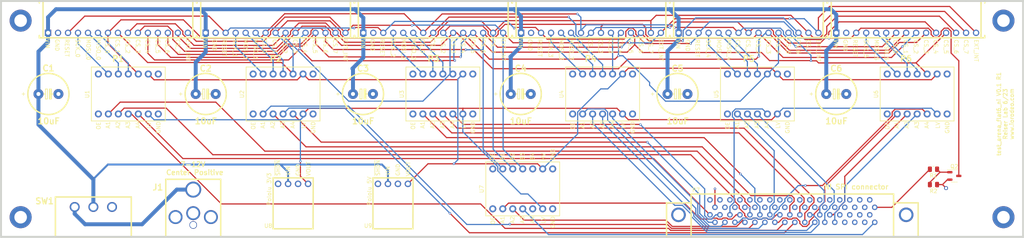
<source format=kicad_pcb>
(kicad_pcb (version 20221018) (generator pcbnew)
  (title_block (title "G4 Test Arena National Instruments Connector") (date "7/14/2023") (rev "v0.1") (company "IORodeo"))
  (layers (0 "F.Cu" signal) (1 "In1.Cu" signal) (2 "In2.Cu" signal) (31 "B.Cu" signal) (34 "B.Paste" user) (35 "F.Paste" user) (36 "B.SilkS" user "B.Silkscreen") (37 "F.SilkS" user "F.Silkscreen") (38 "B.Mask" user) (39 "F.Mask" user) (44 "Edge.Cuts" user))
  (net 0 "")
  (net 1 "/3V3")
  (net 2 "/5V")
  (net 3 "/CS_0_3V3")
  (net 4 "/CS_0_5V")
  (net 5 "/CS_1_3V3")
  (net 6 "/CS_1_5V")
  (net 7 "/CS_2_3V3")
  (net 8 "/CS_2_5V")
  (net 9 "/CS_3_3V3")
  (net 10 "/CS_3_5V")
  (net 11 "/CS_4_3V3")
  (net 12 "/CS_4_5V")
  (net 13 "/CS_5_3V3")
  (net 14 "/CS_5_5V")
  (net 15 "/CS_6_3V3")
  (net 16 "/CS_6_5V")
  (net 17 "/CS_7_3V3")
  (net 18 "/CS_7_5V")
  (net 19 "/EXT_INT_3V3")
  (net 20 "/EXT_INT_5V")
  (net 21 "/MISO_0_3V3")
  (net 22 "/MISO_0_5V")
  (net 23 "/MISO_1_3V3")
  (net 24 "/MISO_1_5V")
  (net 25 "/MISO_2_3V3")
  (net 26 "/MISO_2_5V")
  (net 27 "/MISO_3_3V3")
  (net 28 "/MISO_3_5V")
  (net 29 "/MISO_4_3V3")
  (net 30 "/MISO_4_5V")
  (net 31 "/MISO_5_3V3")
  (net 32 "/MISO_5_5V")
  (net 33 "/MOSI_0_3V3")
  (net 34 "/MOSI_0_5V")
  (net 35 "/MOSI_1_3V3")
  (net 36 "/MOSI_1_5V")
  (net 37 "/MOSI_2_3V3")
  (net 38 "/MOSI_2_5V")
  (net 39 "/MOSI_3_3V3")
  (net 40 "/MOSI_3_5V")
  (net 41 "/MOSI_4_3V3")
  (net 42 "/MOSI_4_5V")
  (net 43 "/MOSI_5_3V3")
  (net 44 "/MOSI_5_5V")
  (net 45 "/RESET")
  (net 46 "/RESET_PAN")
  (net 47 "/SCK_0_3V3")
  (net 48 "/SCK_0_5V")
  (net 49 "/SCK_1_3V3")
  (net 50 "/SCK_1_5V")
  (net 51 "/SCK_2_3V3")
  (net 52 "/SCK_2_5V")
  (net 53 "/SCK_3_3V3")
  (net 54 "/SCK_3_5V")
  (net 55 "/SCK_4_3V3")
  (net 56 "/SCK_4_5V")
  (net 57 "/SCK_5_3V3")
  (net 58 "/SCK_5_5V")
  (net 59 "GND")
  (net 60 "/VIN")
  (net 61 "/VIN_SW")
  (net 100 "Net-(Q2-G)")
  (footprint "arena_custom:Capacitor_Polarized" (layer "F.Cu") (at 52.07 73.66)
    (fp_text reference "C1")
    (fp_text value "10uF")
  )
  (footprint "arena_custom:Capacitor_Polarized" (layer "F.Cu") (at 92.075 73.66)
    (fp_text reference "C2")
    (fp_text value "10uF")
  )
  (footprint "arena_custom:Capacitor_Polarized" (layer "F.Cu") (at 132.08 73.66)
    (fp_text reference "C3")
    (fp_text value "10uF")
  )
  (footprint "arena_custom:Capacitor_Polarized" (layer "F.Cu") (at 172.212 73.66)
    (fp_text reference "C4")
    (fp_text value "10uF")
  )
  (footprint "arena_custom:Capacitor_Polarized" (layer "F.Cu") (at 212.09 73.66)
    (fp_text reference "C5")
    (fp_text value "10uF")
  )
  (footprint "arena_custom:HEADER_TOP" (layer "F.Cu") (at 69.75 58.1)
    (fp_text reference "P1")
    (fp_text value "CONN15")
  )
  (footprint "arena_custom:HEADER_TOP" (layer "F.Cu") (at 109.85 58.1)
    (fp_text reference "P2")
    (fp_text value "CONN15")
  )
  (footprint "arena_custom:HEADER_TOP" (layer "F.Cu") (at 149.95 58.1)
    (fp_text reference "P3")
    (fp_text value "CONN15")
  )
  (footprint "arena_custom:HEADER_TOP" (layer "F.Cu") (at 190.08 58.1)
    (fp_text reference "P4")
    (fp_text value "CONN15")
  )
  (footprint "arena_custom:HEADER_TOP" (layer "F.Cu") (at 230.15 58.1)
    (fp_text reference "P5")
    (fp_text value "CONN15")
  )
  (footprint "arena_custom:HEADER_TOP" (layer "F.Cu") (at 270.25 58.1)
    (fp_text reference "P6")
    (fp_text value "CONN15")
  )
  (footprint "arena_custom:slide_switch" (layer "F.Cu") (at 63.5 104.94)
    (fp_text reference "SW1")
    (fp_text value "SW_SPDT" hide)
  )
  (footprint "arena_custom:SPARKFUN_TXB0104" (layer "F.Cu") (at 72.39 73.66 90)
    (fp_text reference "U1")
    (fp_text value "VAL**" hide)
  )
  (footprint "arena_custom:SPARKFUN_TXB0104" (layer "F.Cu") (at 111.76 73.66 90)
    (fp_text reference "U2")
    (fp_text value "VAL**" hide)
  )
  (footprint "arena_custom:SPARKFUN_TXB0104" (layer "F.Cu") (at 152.4 73.66 90)
    (fp_text reference "U3")
    (fp_text value "VAL**" hide)
  )
  (footprint "arena_custom:SPARKFUN_TXB0104" (layer "F.Cu") (at 193.04 73.66 90)
    (fp_text reference "U4")
    (fp_text value "VAL**" hide)
  )
  (footprint "arena_custom:SPARKFUN_TXB0104" (layer "F.Cu") (at 232.41 73.66 90)
    (fp_text reference "U5")
    (fp_text value "VAL**" hide)
  )
  (footprint "arena_custom:SPARKFUN_TXB0104" (layer "F.Cu") (at 273.05 73.66 90)
    (fp_text reference "U6")
    (fp_text value "VAL**" hide)
  )
  (footprint "arena_custom:SPARKFUN_TXB0104" (layer "F.Cu") (at 172.72 97.79 90)
    (fp_text reference "U7")
    (fp_text value "VAL**" hide)
  )
  (footprint "arena_custom:D24V6Fx" (layer "F.Cu") (at 114.3 96.52)
    (fp_text reference "U8")
    (fp_text value "POLOLU_D24V6Fx" hide)
  )
  (footprint "arena_custom:DCJACK_2PIN_HIGHCURRENT" (layer "F.Cu") (at 88.9 109.97 180)
    (fp_text reference "J1")
    (fp_text value "Barrel_Jack" hide)
  )
  (footprint "arena_custom:TE_CONN_DSUB_RA_68" (layer "F.Cu") (at 241.3 110.1)
    (fp_text reference "P7")
    (fp_text value "CONN_34X2" hide)
  )
  (footprint "Resistor_SMD:R_0805_2012Metric" (layer "F.Cu") (at 277.2 96.7 180)
    (fp_text reference "R2")
    (fp_text value "20k")
  )
  (footprint "Package_TO_SOT_SMD:SOT-23-3" (layer "F.Cu") (at 282.5 94.5)
    (fp_text reference "Q2")
    (fp_text value "MOSFET_NCHAN")
  )
  (footprint "MountingHole:MountingHole_3.2mm_M3_DIN965_Pad" (layer "F.Cu") (at 295 55)
    (fp_text reference "H4" hide)
    (fp_text value "MountingHole_Pad")
  )
  (footprint "Resistor_SMD:R_0805_2012Metric" (layer "F.Cu") (at 277.2 92.8 180)
    (fp_text reference "R1")
    (fp_text value "200")
  )
  (footprint "MountingHole:MountingHole_3.2mm_M3_DIN965_Pad" (layer "F.Cu") (at 45 105)
    (fp_text reference "H2" hide)
    (fp_text value "MountingHole_Pad")
  )
  (footprint "MountingHole:MountingHole_3.2mm_M3_DIN965_Pad" (layer "F.Cu") (at 295 105)
    (fp_text reference "H3" hide)
    (fp_text value "MountingHole_Pad")
  )
  (footprint "arena_custom:Capacitor_Polarized" (layer "F.Cu") (at 252.476 73.66)
    (fp_text reference "C6")
    (fp_text value "10uF")
  )
  (footprint "arena_custom:D24V6Fx" (layer "F.Cu") (at 139.7 96.52)
    (fp_text reference "U9")
    (fp_text value "POLOLU_D24V6Fx" hide)
  )
  (footprint "MountingHole:MountingHole_3.2mm_M3_DIN965_Pad" (layer "F.Cu") (at 45 55)
    (fp_text reference "H1" hide)
    (fp_text value "MountingHole_Pad")
  )
  (gr_line (start 40 50) (end 40 110) (stroke (width 0.5)) (layer "Edge.Cuts"))
  (gr_line (start 40 50) (end 300 50) (stroke (width 0.5)) (layer "Edge.Cuts"))
  (gr_line (start 40 110) (end 300 110) (stroke (width 0.5)) (layer "Edge.Cuts"))
  (gr_line (start 300 50) (end 300 110) (stroke (width 0.5)) (layer "Edge.Cuts"))
  (gr_text "7-12V \nCenter Positive" (at 89.3 92.6) (layer "F.SilkS") (effects (font (size 1.27 1.27) (thickness 0.254))))
  (gr_text "test_arena_flat6_ni V0.1 R1\nReiser Lab 6/23\nwww.iorodeo.com" (at 295.48 78.75 90) (layer "F.SilkS") (effects (font (size 1.016 1.016) (thickness 0.2032))))
  (gr_text "VIN" (at 171.55 59.6 270) (layer "F.SilkS") (effects (font (size 1 1)) (justify left bottom)))
  (gr_text "CS_2" (at 191.95 59.6 270) (layer "F.SilkS") (effects (font (size 1 1)) (justify left bottom)))
  (gr_text "CS_6" (at 122 59.6 270) (layer "F.SilkS") (effects (font (size 1 1)) (justify left bottom)))
  (gr_text "CS_4" (at 237.1 59.7 270) (layer "F.SilkS") (effects (font (size 1 1)) (justify left bottom)))
  (gr_text "CS_1" (at 149.25 59.6 270) (layer "F.SilkS") (effects (font (size 1 1)) (justify left bottom)))
  (gr_text "MOSI_5" (at 262.15 59.7 270) (layer "F.SilkS") (effects (font (size 1 1)) (justify left bottom)))
  (gr_text "CS_0" (at 106.45 59.6 270) (layer "F.SilkS") (effects (font (size 1 1)) (justify left bottom)))
  (gr_text "GND" (at 214.1 59.7 270) (layer "F.SilkS") (effects (font (size 1 1)) (justify left bottom)))
  (gr_text "SCK_0" (at 58.95 59.6 270) (layer "F.SilkS") (effects (font (size 1 1)) (justify left bottom)))
  (gr_text "CS_0" (at 146.65 59.6 270) (layer "F.SilkS") (effects (font (size 1 1)) (justify left bottom)))
  (gr_text "VIN" (at 131.45 59.6 270) (layer "F.SilkS") (effects (font (size 1 1)) (justify left bottom)))
  (gr_text "CS_7" (at 164.6 59.6 270) (layer "F.SilkS") (effects (font (size 1 1)) (justify left bottom)))
  (gr_text "CS_7" (at 284.9 59.7 270) (layer "F.SilkS") (effects (font (size 1 1)) (justify left bottom)))
  (gr_text "CS_1" (at 69.05 59.6 270) (layer "F.SilkS") (effects (font (size 1 1)) (justify left bottom)))
  (gr_text "Pololu 5V" (at 134.3 102.1 90) (layer "F.SilkS") (effects (font (size 1 1)) (justify left bottom)))
  (gr_text "Pololu 3V3" (at 108.8 102.1 90) (layer "F.SilkS") (effects (font (size 1 1)) (justify left bottom)))
  (gr_text "CS_4" (at 76.7 59.6 270) (layer "F.SilkS") (effects (font (size 1 1)) (justify left bottom)))
  (gr_text "MISO_2" (at 144.4 59.6 270) (layer "F.SilkS") (effects (font (size 1 1)) (justify left bottom)))
  (gr_text "GND" (at 174 59.6 270) (layer "F.SilkS") (effects (font (size 1 1)) (justify left bottom)))
  (gr_text "GND" (at 93.7 59.6 270) (layer "F.SilkS") (effects (font (size 1 1)) (justify left bottom)))
  (gr_text "CS_3" (at 274.75 59.7 270) (layer "F.SilkS") (effects (font (size 1 1)) (justify left bottom)))
  (gr_text "CS_5" (at 119.3 59.6 270) (layer "F.SilkS") (effects (font (size 1 1)) (justify left bottom)))
  (gr_text "RESET" (at 136.4 59.6 270) (layer "F.SilkS") (effects (font (size 1 1)) (justify left bottom)))
  (gr_text "CS_3" (at 114.25 59.6 270) (layer "F.SilkS") (effects (font (size 1 1)) (justify left bottom)))
  (gr_text "CS_0" (at 226.85 59.7 270) (layer "F.SilkS") (effects (font (size 1 1)) (justify left bottom)))
  (gr_text "EXT_INT" (at 247.4 59.7 270) (layer "F.SilkS") (effects (font (size 1 1)) (justify left bottom)))
  (gr_text "CS_2" (at 272.15 59.7 270) (layer "F.SilkS") (effects (font (size 1 1)) (justify left bottom)))
  (gr_text "NI SPI connector" (at 257.556 97.282) (layer "F.SilkS") (effects (font (size 1.27 1.27) (thickness 0.254))))
  (gr_text "CS_1" (at 189.35 59.6 270) (layer "F.SilkS") (effects (font (size 1 1)) (justify left bottom)))
  (gr_text "CS_4" (at 277.2 59.7 270) (layer "F.SilkS") (effects (font (size 1 1)) (justify left bottom)))
  (gr_text "SCK_5" (at 259.45 59.7 270) (layer "F.SilkS") (effects (font (size 1 1)) (justify left bottom)))
  (gr_text "EXT_INT" (at 287.5 59.7 270) (layer "F.SilkS") (effects (font (size 1 1)) (justify left bottom)))
  (gr_text "CS_6" (at 162.1 59.6 270) (layer "F.SilkS") (effects (font (size 1 1)) (justify left bottom)))
  (gr_text "CS_7" (at 84.4 59.6 270) (layer "F.SilkS") (effects (font (size 1 1)) (justify left bottom)))
  (gr_text "MISO_0" (at 64.2 59.6 270) (layer "F.SilkS") (effects (font (size 1 1)) (justify left bottom)))
  (gr_text "EXT_INT" (at 127 59.6 270) (layer "F.SilkS") (effects (font (size 1 1)) (justify left bottom)))
  (gr_text "GND" (at 254.2 59.7 270) (layer "F.SilkS") (effects (font (size 1 1)) (justify left bottom)))
  (gr_text "CS_1" (at 269.55 59.7 270) (layer "F.SilkS") (effects (font (size 1 1)) (justify left bottom)))
  (gr_text "CS_5" (at 199.6 59.6 270) (layer "F.SilkS") (effects (font (size 1 1)) (justify left bottom)))
  (gr_text "CS_6" (at 202.2 59.6 270) (layer "F.SilkS") (effects (font (size 1 1)) (justify left bottom)))
  (gr_text "CS_3" (at 234.65 59.7 270) (layer "F.SilkS") (effects (font (size 1 1)) (justify left bottom)))
  (gr_text "CS_7" (at 124.4 59.6 270) (layer "F.SilkS") (effects (font (size 1 1)) (justify left bottom)))
  (gr_text "CS_1" (at 229.45 59.7 270) (layer "F.SilkS") (effects (font (size 1 1)) (justify left bottom)))
  (gr_text "CS_1" (at 109.05 59.6 270) (layer "F.SilkS") (effects (font (size 1 1)) (justify left bottom)))
  (gr_text "RESET" (at 56.2 59.6 270) (layer "F.SilkS") (effects (font (size 1 1)) (justify left bottom)))
  (gr_text "MISO_4" (at 224.6 59.7 270) (layer "F.SilkS") (effects (font (size 1 1)) (justify left bottom)))
  (gr_text "CS_4" (at 156.9 59.6 270) (layer "F.SilkS") (effects (font (size 1 1)) (justify left bottom)))
  (gr_text "CS_4" (at 116.7 59.6 270) (layer "F.SilkS") (effects (font (size 1 1)) (justify left bottom)))
  (gr_text "MOSI_1" (at 101.65 59.6 270) (layer "F.SilkS") (effects (font (size 1 1)) (justify left bottom)))
  (gr_text "VIN" (at 51.25 59.6 270) (layer "F.SilkS") (effects (font (size 1 1)) (justify left bottom)))
  (gr_text "MISO_1" (at 104.2 59.6 270) (layer "F.SilkS") (effects (font (size 1 1)) (justify left bottom)))
  (gr_text "CS_3" (at 194.55 59.6 270) (layer "F.SilkS") (effects (font (size 1 1)) (justify left bottom)))
  (gr_text "MOSI_2" (at 141.85 59.6 270) (layer "F.SilkS") (effects (font (size 1 1)) (justify left bottom)))
  (gr_text "RESET" (at 216.6 59.7 270) (layer "F.SilkS") (effects (font (size 1 1)) (justify left bottom)))
  (gr_text "CS_3" (at 154.45 59.6 270) (layer "F.SilkS") (effects (font (size 1 1)) (justify left bottom)))
  (gr_text "CS_0" (at 186.75 59.6 270) (layer "F.SilkS") (effects (font (size 1 1)) (justify left bottom)))
  (gr_text "CS_7" (at 204.7 59.6 270) (layer "F.SilkS") (effects (font (size 1 1)) (justify left bottom)))
  (gr_text "CS_4" (at 197 59.6 270) (layer "F.SilkS") (effects (font (size 1 1)) (justify left bottom)))
  (gr_text "EXT_INT" (at 87 59.6 270) (layer "F.SilkS") (effects (font (size 1 1)) (justify left bottom)))
  (gr_text "SCK_4" (at 219.35 59.7 270) (layer "F.SilkS") (effects (font (size 1 1)) (justify left bottom)))
  (gr_text "CS_2" (at 232.05 59.7 270) (layer "F.SilkS") (effects (font (size 1 1)) (justify left bottom)))
  (gr_text "SCK_3" (at 179.25 59.6 270) (layer "F.SilkS") (effects (font (size 1 1)) (justify left bottom)))
  (gr_text "MISO_3" (at 184.5 59.6 270) (layer "F.SilkS") (effects (font (size 1 1)) (justify left bottom)))
  (gr_text "VIN" (at 251.75 59.7 270) (layer "F.SilkS") (effects (font (size 1 1)) (justify left bottom)))
  (gr_text "MOSI_0" (at 61.65 59.6 270) (layer "F.SilkS") (effects (font (size 1 1)) (justify left bottom)))
  (gr_text "SCK_1" (at 98.95 59.6 270) (layer "F.SilkS") (effects (font (size 1 1)) (justify left bottom)))
  (gr_text "GND" (at 53.7 59.6 270) (layer "F.SilkS") (effects (font (size 1 1)) (justify left bottom)))
  (gr_text "MISO_5" (at 264.7 59.7 270) (layer "F.SilkS") (effects (font (size 1 1)) (justify left bottom)))
  (gr_text "CS_0" (at 66.45 59.6 270) (layer "F.SilkS") (effects (font (size 1 1)) (justify left bottom)))
  (gr_text "CS_2" (at 151.85 59.6 270) (layer "F.SilkS") (effects (font (size 1 1)) (justify left bottom)))
  (gr_text "MOSI_4" (at 222.05 59.7 270) (layer "F.SilkS") (effects (font (size 1 1)) (justify left bottom)))
  (gr_text "CS_2" (at 111.65 59.6 270) (layer "F.SilkS") (effects (font (size 1 1)) (justify left bottom)))
  (gr_text "CS_6" (at 242.3 59.7 270) (layer "F.SilkS") (effects (font (size 1 1)) (justify left bottom)))
  (gr_text "MOSI_3" (at 181.95 59.6 270) (layer "F.SilkS") (effects (font (size 1 1)) (justify left bottom)))
  (gr_text "EXT_INT" (at 207.3 59.6 270) (layer "F.SilkS") (effects (font (size 1 1)) (justify left bottom)))
  (gr_text "RESET" (at 256.7 59.7 270) (layer "F.SilkS") (effects (font (size 1 1)) (justify left bottom)))
  (gr_text "CS_5" (at 159.5 59.6 270) (layer "F.SilkS") (effects (font (size 1 1)) (justify left bottom)))
  (gr_text "EXT_INT" (at 167.2 59.6 270) (layer "F.SilkS") (effects (font (size 1 1)) (justify left bottom)))
  (gr_text "RESET" (at 176.5 59.6 270) (layer "F.SilkS") (effects (font (size 1 1)) (justify left bottom)))
  (gr_text "CS_6" (at 81.75 59.6 270) (layer "F.SilkS") (effects (font (size 1 1)) (justify left bottom)))
  (gr_text "CS_6" (at 282.4 59.7 270) (layer "F.SilkS") (effects (font (size 1 1)) (justify left bottom)))
  (gr_text "GND" (at 133.9 59.6 270) (layer "F.SilkS") (effects (font (size 1 1)) (justify left bottom)))
  (gr_text "CS_2" (at 71.65 59.6 270) (layer "F.SilkS") (effects (font (size 1 1)) (justify left bottom)))
  (gr_text "VIN" (at 211.65 59.7 270) (layer "F.SilkS") (effects (font (size 1 1)) (justify left bottom)))
  (gr_text "CS_5" (at 239.7 59.7 270) (layer "F.SilkS") (effects (font (size 1 1)) (justify left bottom)))
  (gr_text "CS_0" (at 266.95 59.7 270) (layer "F.SilkS") (effects (font (size 1 1)) (justify left bottom)))
  (gr_text "RESET" (at 96.2 59.6 270) (layer "F.SilkS") (effects (font (size 1 1)) (justify left bottom)))
  (gr_text "CS_7" (at 244.8 59.7 270) (layer "F.SilkS") (effects (font (size 1 1)) (justify left bottom)))
  (gr_text "CS_3" (at 74.25 59.6 270) (layer "F.SilkS") (effects (font (size 1 1)) (justify left bottom)))
  (gr_text "CS_5" (at 79.3 59.6 270) (layer "F.SilkS") (effects (font (size 1 1)) (justify left bottom)))
  (gr_text "CS_5" (at 279.8 59.7 270) (layer "F.SilkS") (effects (font (size 1 1)) (justify left bottom)))
  (gr_text "VIN" (at 91.25 59.6 270) (layer "F.SilkS") (effects (font (size 1 1)) (justify left bottom)))
  (gr_text "SCK_2" (at 139.15 59.6 270) (layer "F.SilkS") (effects (font (size 1 1)) (justify left bottom)))
  (segment (start 236.0447 80.1853) (end 237.49 78.74) (width 0.3) (layer "F.Cu") (net 1))
  (segment (start 157.48 77.3009) (end 196.6809 77.3009) (width 0.3) (layer "F.Cu") (net 1))
  (segment (start 116.84 78.74) (end 118.2791 77.3009) (width 0.3) (layer "F.Cu") (net 1))
  (segment (start 196.6809 77.3009) (end 198.12 78.74) (width 0.3) (layer "F.Cu") (net 1))
  (segment (start 157.48 78.74) (end 157.48 77.3009) (width 0.3) (layer "F.Cu") (net 1))
  (segment (start 116.168 94.578) (end 116.168 90.7895) (width 0.3) (layer "F.Cu") (net 1))
  (segment (start 199.5653 80.1853) (end 236.0447 80.1853) (width 0.3) (layer "F.Cu") (net 1))
  (segment (start 118.11 96.52) (end 116.168 94.578) (width 0.3) (layer "F.Cu") (net 1))
  (segment (start 118.2791 77.3009) (end 157.48 77.3009) (width 0.3) (layer "F.Cu") (net 1))
  (segment (start 198.12 78.74) (end 199.5653 80.1853) (width 0.3) (layer "F.Cu") (net 1))
  (via (at 116.168 90.7895) (size 0.6) (drill 0.3) (layers "F.Cu" "B.Cu") (net 1))
  (segment (start 237.49 78.74) (end 238.9428 77.2872) (width 0.3) (layer "B.Cu") (net 1))
  (segment (start 166.37 93.1959) (end 172.2649 99.0908) (width 0.3) (layer "B.Cu") (net 1))
  (segment (start 238.9428 77.2872) (end 276.6772 77.2872) (width 0.3) (layer "B.Cu") (net 1))
  (segment (start 116.84 79.5406) (end 116.168 80.2126) (width 0.3) (layer "B.Cu") (net 1))
  (segment (start 116.168 90.7895) (end 116.168 80.2126) (width 0.3) (layer "B.Cu") (net 1))
  (segment (start 116.84 78.74) (end 116.84 79.5406) (width 0.3) (layer "B.Cu") (net 1))
  (segment (start 174.0208 99.0908) (end 177.8 102.87) (width 0.3) (layer "B.Cu") (net 1))
  (segment (start 157.48 83.2574) (end 166.37 92.1474) (width 0.3) (layer "B.Cu") (net 1))
  (segment (start 157.48 78.74) (end 157.48 83.2574) (width 0.3) (layer "B.Cu") (net 1))
  (segment (start 166.37 92.1474) (end 166.37 93.1959) (width 0.3) (layer "B.Cu") (net 1))
  (segment (start 172.2649 99.0908) (end 174.0208 99.0908) (width 0.3) (layer "B.Cu") (net 1))
  (segment (start 276.6772 77.2872) (end 278.13 78.74) (width 0.3) (layer "B.Cu") (net 1))
  (segment (start 116.168 80.2126) (end 78.9426 80.2126) (width 0.3) (layer "B.Cu") (net 1))
  (segment (start 78.9426 80.2126) (end 77.47 78.74) (width 0.3) (layer "B.Cu") (net 1))
  (segment (start 155.1969 91.4172) (end 148.6128 91.4172) (width 0.3) (layer "F.Cu") (net 2))
  (segment (start 116.84 68.58) (end 115.3701 70.0499) (width 0.3) (layer "F.Cu") (net 2))
  (segment (start 115.3701 70.0499) (end 78.9399 70.0499) (width 0.3) (layer "F.Cu") (net 2))
  (segment (start 238.9293 70.0193) (end 276.6907 70.0193) (width 0.3) (layer "F.Cu") (net 2))
  (segment (start 199.5917 67.1083) (end 236.0183 67.1083) (width 0.3) (layer "F.Cu") (net 2))
  (segment (start 118.2792 70.0192) (end 116.84 68.58) (width 0.3) (layer "F.Cu") (net 2))
  (segment (start 237.49 68.58) (end 238.9293 70.0193) (width 0.3) (layer "F.Cu") (net 2))
  (segment (start 276.6907 70.0193) (end 278.13 68.58) (width 0.3) (layer "F.Cu") (net 2))
  (segment (start 177.8 92.71) (end 176.5072 91.4172) (width 0.3) (layer "F.Cu") (net 2))
  (segment (start 156.0408 70.0192) (end 118.2792 70.0192) (width 0.3) (layer "F.Cu") (net 2))
  (segment (start 148.6128 91.4172) (end 143.51 96.52) (width 0.3) (layer "F.Cu") (net 2))
  (segment (start 157.48 68.58) (end 156.0408 70.0192) (width 0.3) (layer "F.Cu") (net 2))
  (segment (start 198.12 68.58) (end 199.5917 67.1083) (width 0.3) (layer "F.Cu") (net 2))
  (segment (start 176.5072 91.4172) (end 155.1969 91.4172) (width 0.3) (layer "F.Cu") (net 2))
  (segment (start 236.0183 67.1083) (end 237.49 68.58) (width 0.3) (layer "F.Cu") (net 2))
  (segment (start 78.9399 70.0499) (end 77.47 68.58) (width 0.3) (layer "F.Cu") (net 2))
  (via (at 155.1969 91.4172) (size 0.6) (drill 0.3) (layers "F.Cu" "B.Cu") (net 2))
  (segment (start 177.8 92.71) (end 186.69 83.82) (width 0.3) (layer "B.Cu") (net 2))
  (segment (start 186.69 78.2396) (end 192.5704 72.3592) (width 0.3) (layer "B.Cu") (net 2))
  (segment (start 156.21 69.85) (end 157.48 68.58) (width 0.3) (layer "B.Cu") (net 2))
  (segment (start 155.1969 91.4172) (end 156.21 90.4041) (width 0.3) (layer "B.Cu") (net 2))
  (segment (start 186.69 83.82) (end 186.69 78.2396) (width 0.3) (layer "B.Cu") (net 2))
  (segment (start 156.21 90.4041) (end 156.21 69.85) (width 0.3) (layer "B.Cu") (net 2))
  (segment (start 192.5704 72.3592) (end 194.3408 72.3592) (width 0.3) (layer "B.Cu") (net 2))
  (segment (start 194.3408 72.3592) (end 198.12 68.58) (width 0.3) (layer "B.Cu") (net 2))
  (segment (start 86.2691 90.0791) (end 206.0291 90.0791) (width 0.3) (layer "F.Cu") (net 3))
  (segment (start 206.0291 90.0791) (end 220.345 104.395) (width 0.3) (layer "F.Cu") (net 3))
  (segment (start 74.93 78.74) (end 86.2691 90.0791) (width 0.3) (layer "F.Cu") (net 3))
  (segment (start 112.16 53.25) (end 107.31 58.1) (width 0.3) (layer "F.Cu") (net 4))
  (segment (start 242.22 61.62) (end 264.19 61.62) (width 0.3) (layer "F.Cu") (net 4))
  (segment (start 67.21 60.86) (end 67.21 58.1) (width 0.3) (layer "F.Cu") (net 4))
  (segment (start 142.56 53.25) (end 112.16 53.25) (width 0.3) (layer "F.Cu") (net 4))
  (segment (start 86.399 54.8) (end 70.51 54.8) (width 0.3) (layer "F.Cu") (net 4))
  (segment (start 211.3462 56.803) (end 211.4196 56.7296) (width 0.3) (layer "F.Cu") (net 4))
  (segment (start 211.4196 56.7296) (end 226.2396 56.7296) (width 0.3) (layer "F.Cu") (net 4))
  (segment (start 74.93 68.58) (end 67.21 60.86) (width 0.3) (layer "F.Cu") (net 4))
  (segment (start 147.41 58.1) (end 142.56 53.25) (width 0.3) (layer "F.Cu") (net 4))
  (segment (start 107.31 58.1) (end 105.9408 59.4692) (width 0.3) (layer "F.Cu") (net 4))
  (segment (start 152.21 53.3) (end 147.41 58.1) (width 0.3) (layer "F.Cu") (net 4))
  (segment (start 226.2396 56.7296) (end 227.61 58.1) (width 0.3) (layer "F.Cu") (net 4))
  (segment (start 264.19 61.62) (end 267.71 58.1) (width 0.3) (layer "F.Cu") (net 4))
  (segment (start 70.51 54.8) (end 67.21 58.1) (width 0.3) (layer "F.Cu") (net 4))
  (segment (start 91.0682 59.4692) (end 86.399 54.8) (width 0.3) (layer "F.Cu") (net 4))
  (segment (start 105.9408 59.4692) (end 91.0682 59.4692) (width 0.3) (layer "F.Cu") (net 4))
  (segment (start 186.61 53.3) (end 152.21 53.3) (width 0.3) (layer "F.Cu") (net 4))
  (via (at 211.3462 56.803) (size 0.6) (drill 0.3) (layers "F.Cu" "B.Cu") (net 4))
  (via (at 186.61 53.3) (size 0.6) (drill 0.3) (layers "F.Cu" "B.Cu") (net 4))
  (via (at 242.22 61.62) (size 0.6) (drill 0.3) (layers "F.Cu" "B.Cu") (net 4))
  (segment (start 188.8845 56.0725) (end 187.51 57.447) (width 0.3) (layer "B.Cu") (net 4))
  (segment (start 239.04 57.7087) (end 238.2487 56.9174) (width 0.3) (layer "B.Cu") (net 4))
  (segment (start 187.51 57.447) (end 187.51 58.1) (width 0.3) (layer "B.Cu") (net 4))
  (segment (start 228.7926 56.9174) (end 227.61 58.1) (width 0.3) (layer "B.Cu") (net 4))
  (segment (start 211.3462 56.803) (end 210.6157 56.0725) (width 0.3) (layer "B.Cu") (net 4))
  (segment (start 238.2487 56.9174) (end 228.7926 56.9174) (width 0.3) (layer "B.Cu") (net 4))
  (segment (start 239.04 58.4702) (end 239.04 57.7087) (width 0.3) (layer "B.Cu") (net 4))
  (segment (start 242.22 61.62) (end 242.1898 61.62) (width 0.3) (layer "B.Cu") (net 4))
  (segment (start 210.6157 56.0725) (end 188.8845 56.0725) (width 0.3) (layer "B.Cu") (net 4))
  (segment (start 186.61 53.3) (end 186.67 53.3) (width 0.3) (layer "B.Cu") (net 4))
  (segment (start 242.1898 61.62) (end 239.04 58.4702) (width 0.3) (layer "B.Cu") (net 4))
  (segment (start 186.67 53.3) (end 187.51 54.14) (width 0.3) (layer "B.Cu") (net 4))
  (segment (start 187.51 54.14) (end 187.51 57.447) (width 0.3) (layer "B.Cu") (net 4))
  (segment (start 121.46 85.9) (end 114.3 78.74) (width 0.3) (layer "F.Cu") (net 5))
  (segment (start 204.4 85.9) (end 121.46 85.9) (width 0.3) (layer "F.Cu") (net 5))
  (via (at 204.4 85.9) (size 0.6) (drill 0.3) (layers "F.Cu" "B.Cu") (net 5))
  (segment (start 219.9899 106.3) (end 221.615 106.3) (width 0.3) (layer "B.Cu") (net 5))
  (segment (start 217.7354 104.0455) (end 219.9899 106.3) (width 0.3) (layer "B.Cu") (net 5))
  (segment (start 204.4 85.9) (end 217.7354 99.2354) (width 0.3) (layer "B.Cu") (net 5))
  (segment (start 217.7354 99.2354) (end 217.7354 104.0455) (width 0.3) (layer "B.Cu") (net 5))
  (segment (start 126.36 58.4564) (end 126.36 57.735) (width 0.3) (layer "F.Cu") (net 6))
  (segment (start 184.42 54.05) (end 184.37 54.1) (width 0.3) (layer "F.Cu") (net 6))
  (segment (start 184.37 54.1) (end 153.95 54.1) (width 0.3) (layer "F.Cu") (net 6))
  (segment (start 236.5 58.4651) (end 236.5 57.7074) (width 0.3) (layer "F.Cu") (net 6))
  (segment (start 230.15 58.1) (end 227.4 55.35) (width 0.3) (layer "F.Cu") (net 6))
  (segment (start 126.36 57.735) (end 123.675 55.05) (width 0.3) (layer "F.Cu") (net 6))
  (segment (start 112.9 55.05) (end 109.85 58.1) (width 0.3) (layer "F.Cu") (net 6))
  (segment (start 240.5749 62.54) (end 236.5 58.4651) (width 0.3) (layer "F.Cu") (net 6))
  (segment (start 127.3573 59.4537) (end 126.36 58.4564) (width 0.3) (layer "F.Cu") (net 6))
  (segment (start 231.3236 56.9264) (end 230.15 58.1) (width 0.3) (layer "F.Cu") (net 6))
  (segment (start 111.37 65.65) (end 114.3 68.58) (width 0.3) (layer "F.Cu") (net 6))
  (segment (start 69.75 58.1) (end 77.3 65.65) (width 0.3) (layer "F.Cu") (net 6))
  (segment (start 153.95 54.1) (end 149.95 58.1) (width 0.3) (layer "F.Cu") (net 6))
  (segment (start 265.81 62.54) (end 240.5749 62.54) (width 0.3) (layer "F.Cu") (net 6))
  (segment (start 123.675 55.05) (end 112.9 55.05) (width 0.3) (layer "F.Cu") (net 6))
  (segment (start 235.719 56.9264) (end 231.3236 56.9264) (width 0.3) (layer "F.Cu") (net 6))
  (segment (start 149.95 58.1) (end 148.5963 59.4537) (width 0.3) (layer "F.Cu") (net 6))
  (segment (start 211.5663 55.35) (end 210.1665 56.7498) (width 0.3) (layer "F.Cu") (net 6))
  (segment (start 77.3 65.65) (end 111.37 65.65) (width 0.3) (layer "F.Cu") (net 6))
  (segment (start 270.25 58.1) (end 265.81 62.54) (width 0.3) (layer "F.Cu") (net 6))
  (segment (start 236.5 57.7074) (end 235.719 56.9264) (width 0.3) (layer "F.Cu") (net 6))
  (segment (start 227.4 55.35) (end 211.5663 55.35) (width 0.3) (layer "F.Cu") (net 6))
  (segment (start 148.5963 59.4537) (end 127.3573 59.4537) (width 0.3) (layer "F.Cu") (net 6))
  (via (at 184.42 54.05) (size 0.6) (drill 0.3) (layers "F.Cu" "B.Cu") (net 6))
  (via (at 210.1665 56.7498) (size 0.6) (drill 0.3) (layers "F.Cu" "B.Cu") (net 6))
  (segment (start 186.24 55.96) (end 186.24 58.5437) (width 0.3) (layer "B.Cu") (net 6))
  (segment (start 184.42 54.05) (end 184.42 54.14) (width 0.3) (layer "B.Cu") (net 6))
  (segment (start 114.3 68.58) (end 114.3 62.55) (width 0.3) (layer "B.Cu") (net 6))
  (segment (start 188.8858 59.2642) (end 191.4002 56.7498) (width 0.3) (layer "B.Cu") (net 6))
  (segment (start 114.3 62.55) (end 109.85 58.1) (width 0.3) (layer "B.Cu") (net 6))
  (segment (start 186.9605 59.2642) (end 188.8858 59.2642) (width 0.3) (layer "B.Cu") (net 6))
  (segment (start 184.42 54.14) (end 186.24 55.96) (width 0.3) (layer "B.Cu") (net 6))
  (segment (start 186.24 58.5437) (end 186.9605 59.2642) (width 0.3) (layer "B.Cu") (net 6))
  (segment (start 191.4002 56.7498) (end 210.1665 56.7498) (width 0.3) (layer "B.Cu") (net 6))
  (segment (start 202.6 81.4) (end 157.6 81.4) (width 0.3) (layer "F.Cu") (net 7))
  (segment (start 202.65 81.45) (end 202.6 81.4) (width 0.3) (layer "F.Cu") (net 7))
  (segment (start 157.6 81.4) (end 154.94 78.74) (width 0.3) (layer "F.Cu") (net 7))
  (via (at 202.65 81.45) (size 0.6) (drill 0.3) (layers "F.Cu" "B.Cu") (net 7))
  (segment (start 202.65 81.45) (end 219 97.8) (width 0.3) (layer "B.Cu") (net 7))
  (segment (start 219 104.6027) (end 219.8651 105.4678) (width 0.3) (layer "B.Cu") (net 7))
  (segment (start 220.7574 105.4678) (end 221.8302 104.395) (width 0.3) (layer "B.Cu") (net 7))
  (segment (start 221.8302 104.395) (end 222.885 104.395) (width 0.3) (layer "B.Cu") (net 7))
  (segment (start 219 97.8) (end 219 104.6027) (width 0.3) (layer "B.Cu") (net 7))
  (segment (start 219.8651 105.4678) (end 220.7574 105.4678) (width 0.3) (layer "B.Cu") (net 7))
  (segment (start 266.52 64.37) (end 269.2334 61.6566) (width 0.3) (layer "F.Cu") (net 8))
  (segment (start 193.23 55.95) (end 168.2108 55.95) (width 0.3) (layer "F.Cu") (net 8))
  (segment (start 163.92 58.4651) (end 163.92 57.7433) (width 0.3) (layer "F.Cu") (net 8))
  (segment (start 166.46 58.4755) (end 165.6852 59.2503) (width 0.3) (layer "F.Cu") (net 8))
  (segment (start 204.02 56.76) (end 203.21 55.95) (width 0.3) (layer "F.Cu") (net 8))
  (segment (start 166.46 57.7008) (end 166.46 58.4755) (width 0.3) (layer "F.Cu") (net 8))
  (segment (start 238.96 64.37) (end 266.52 64.37) (width 0.3) (layer "F.Cu") (net 8))
  (segment (start 74.59 55.8) (end 72.29 58.1) (width 0.3) (layer "F.Cu") (net 8))
  (segment (start 232.69 58.1) (end 238.96 64.37) (width 0.3) (layer "F.Cu") (net 8))
  (segment (start 162.5267 56.35) (end 154.24 56.35) (width 0.3) (layer "F.Cu") (net 8))
  (segment (start 89.0949 61.3) (end 86.26 58.4651) (width 0.3) (layer "F.Cu") (net 8))
  (segment (start 86.26 57.7074) (end 84.3526 55.8) (width 0.3) (layer "F.Cu") (net 8))
  (segment (start 192.62 56.56) (end 193.23 55.95) (width 0.3) (layer "F.Cu") (net 8))
  (segment (start 163.92 57.7433) (end 162.5267 56.35) (width 0.3) (layer "F.Cu") (net 8))
  (segment (start 204.9236 59.4502) (end 204.02 58.5466) (width 0.3) (layer "F.Cu") (net 8))
  (segment (start 165.6852 59.2503) (end 164.7052 59.2503) (width 0.3) (layer "F.Cu") (net 8))
  (segment (start 84.3526 55.8) (end 74.59 55.8) (width 0.3) (layer "F.Cu") (net 8))
  (segment (start 86.26 58.4651) (end 86.26 57.7074) (width 0.3) (layer "F.Cu") (net 8))
  (segment (start 203.21 55.95) (end 193.23 55.95) (width 0.3) (layer "F.Cu") (net 8))
  (segment (start 204.02 58.5466) (end 204.02 56.76) (width 0.3) (layer "F.Cu") (net 8))
  (segment (start 164.7052 59.2503) (end 163.92 58.4651) (width 0.3) (layer "F.Cu") (net 8))
  (segment (start 112.39 58.1) (end 109.19 61.3) (width 0.3) (layer "F.Cu") (net 8))
  (segment (start 231.3398 59.4502) (end 204.9236 59.4502) (width 0.3) (layer "F.Cu") (net 8))
  (segment (start 232.69 58.1) (end 231.3398 59.4502) (width 0.3) (layer "F.Cu") (net 8))
  (segment (start 109.19 61.3) (end 89.0949 61.3) (width 0.3) (layer "F.Cu") (net 8))
  (segment (start 154.24 56.35) (end 152.49 58.1) (width 0.3) (layer "F.Cu") (net 8))
  (segment (start 192.62 58.1) (end 192.62 56.56) (width 0.3) (layer "F.Cu") (net 8))
  (segment (start 168.2108 55.95) (end 166.46 57.7008) (width 0.3) (layer "F.Cu") (net 8))
  (via (at 269.2334 61.6566) (size 0.6) (drill 0.3) (layers "F.Cu" "B.Cu") (net 8))
  (segment (start 154.9395 68.5795) (end 154.94 68.58) (width 0.3) (layer "B.Cu") (net 8))
  (segment (start 154.2262 68.5795) (end 154.2262 59.8362) (width 0.3) (layer "B.Cu") (net 8))
  (segment (start 272.79 58.1) (end 269.2334 61.6566) (width 0.3) (layer "B.Cu") (net 8))
  (segment (start 154.2262 68.5795) (end 154.9395 68.5795) (width 0.3) (layer "B.Cu") (net 8))
  (segment (start 147.3255 75.4802) (end 128.4415 75.4802) (width 0.3) (layer "B.Cu") (net 8))
  (segment (start 154.2262 68.5795) (end 147.3255 75.4802) (width 0.3) (layer "B.Cu") (net 8))
  (segment (start 112.39 59.4287) (end 112.39 58.1) (width 0.3) (layer "B.Cu") (net 8))
  (segment (start 154.2262 59.8362) (end 152.49 58.1) (width 0.3) (layer "B.Cu") (net 8))
  (segment (start 128.4415 75.4802) (end 112.39 59.4287) (width 0.3) (layer "B.Cu") (net 8))
  (segment (start 195.58 79.88) (end 195.58 78.74) (width 0.3) (layer "B.Cu") (net 9))
  (segment (start 224.155 106.3) (end 223.0958 107.3592) (width 0.3) (layer "B.Cu") (net 9))
  (segment (start 217.2353 104.3021) (end 217.2353 101.5353) (width 0.3) (layer "B.Cu") (net 9))
  (segment (start 223.0958 107.3592) (end 220.2924 107.3592) (width 0.3) (layer "B.Cu") (net 9))
  (segment (start 217.2353 101.5353) (end 195.58 79.88) (width 0.3) (layer "B.Cu") (net 9))
  (segment (start 220.2924 107.3592) (end 217.2353 104.3021) (width 0.3) (layer "B.Cu") (net 9))
  (segment (start 83.72 57.7121) (end 83.72 59.82) (width 0.3) (layer "F.Cu") (net 10))
  (segment (start 122.512 56.4275) (end 116.6025 56.4275) (width 0.3) (layer "F.Cu") (net 10))
  (segment (start 195.58 67.2246) (end 165.0681 67.2246) (width 0.3) (layer "F.Cu") (net 10))
  (segment (start 240.36 63.23) (end 265.8274 63.23) (width 0.3) (layer "F.Cu") (net 10))
  (segment (start 76.53 56.4) (end 82.4079 56.4) (width 0.3) (layer "F.Cu") (net 10))
  (segment (start 123.82 58.4651) (end 123.82 57.7355) (width 0.3) (layer "F.Cu") (net 10))
  (segment (start 116.6025 56.4275) (end 114.93 58.1) (width 0.3) (layer "F.Cu") (net 10))
  (segment (start 82.4079 56.4) (end 83.72 57.7121) (width 0.3) (layer "F.Cu") (net 10))
  (segment (start 199.47 64.82) (end 197.0654 67.2246) (width 0.3) (layer "F.Cu") (net 10))
  (segment (start 232.78 64.06) (end 232.02 64.82) (width 0.3) (layer "F.Cu") (net 10))
  (segment (start 151.84 61.29) (end 126.6449 61.29) (width 0.3) (layer "F.Cu") (net 10))
  (segment (start 86.7 62.8) (end 110.23 62.8) (width 0.3) (layer "F.Cu") (net 10))
  (segment (start 232.02 64.82) (end 199.47 64.82) (width 0.3) (layer "F.Cu") (net 10))
  (segment (start 155.9435 58.1) (end 155.03 58.1) (width 0.3) (layer "F.Cu") (net 10))
  (segment (start 83.72 59.82) (end 86.7 62.8) (width 0.3) (layer "F.Cu") (net 10))
  (segment (start 235.23 58.1) (end 240.36 63.23) (width 0.3) (layer "F.Cu") (net 10))
  (segment (start 165.0681 67.2246) (end 155.9435 58.1) (width 0.3) (layer "F.Cu") (net 10))
  (segment (start 123.82 57.7355) (end 122.512 56.4275) (width 0.3) (layer "F.Cu") (net 10))
  (segment (start 197.0654 67.2246) (end 195.58 67.2246) (width 0.3) (layer "F.Cu") (net 10))
  (segment (start 110.23 62.8) (end 114.93 58.1) (width 0.3) (layer "F.Cu") (net 10))
  (segment (start 265.8274 63.23) (end 268.5033 60.5541) (width 0.3) (layer "F.Cu") (net 10))
  (segment (start 74.83 58.1) (end 76.53 56.4) (width 0.3) (layer "F.Cu") (net 10))
  (segment (start 272.8759 60.5541) (end 275.33 58.1) (width 0.3) (layer "F.Cu") (net 10))
  (segment (start 195.58 68.58) (end 195.58 67.2246) (width 0.3) (layer "F.Cu") (net 10))
  (segment (start 268.5033 60.5541) (end 272.8759 60.5541) (width 0.3) (layer "F.Cu") (net 10))
  (segment (start 155.03 58.1) (end 151.84 61.29) (width 0.3) (layer "F.Cu") (net 10))
  (segment (start 126.6449 61.29) (end 123.82 58.4651) (width 0.3) (layer "F.Cu") (net 10))
  (via (at 232.78 64.06) (size 0.6) (drill 0.3) (layers "F.Cu" "B.Cu") (net 10))
  (segment (start 195.58 68.58) (end 195.58 58.55) (width 0.3) (layer "B.Cu") (net 10))
  (segment (start 195.58 58.55) (end 195.13 58.1) (width 0.3) (layer "B.Cu") (net 10))
  (segment (start 234.5331 58.1) (end 235.23 58.1) (width 0.3) (layer "B.Cu") (net 10))
  (segment (start 232.78 59.8531) (end 234.5331 58.1) (width 0.3) (layer "B.Cu") (net 10))
  (segment (start 232.78 64.06) (end 232.78 59.8531) (width 0.3) (layer "B.Cu") (net 10))
  (segment (start 225.425 104.395) (end 225.425 102.2718) (width 0.3) (layer "B.Cu") (net 11))
  (segment (start 226.06 78.2568) (end 226.8535 77.4633) (width 0.3) (layer "B.Cu") (net 11))
  (segment (start 226.8535 77.4633) (end 233.6733 77.4633) (width 0.3) (layer "B.Cu") (net 11))
  (segment (start 225.425 102.2718) (end 226.4873 101.2095) (width 0.3) (layer "B.Cu") (net 11))
  (segment (start 226.4873 101.2095) (end 226.4873 79.8753) (width 0.3) (layer "B.Cu") (net 11))
  (segment (start 226.4873 79.8753) (end 226.06 79.448) (width 0.3) (layer "B.Cu") (net 11))
  (segment (start 226.06 79.448) (end 226.06 78.2568) (width 0.3) (layer "B.Cu") (net 11))
  (segment (start 233.6733 77.4633) (end 234.95 78.74) (width 0.3) (layer "B.Cu") (net 11))
  (segment (start 77.37 63.32) (end 79.05 65) (width 0.3) (layer "F.Cu") (net 12))
  (segment (start 250.5543 57.9205) (end 250.5543 58.5393) (width 0.3) (layer "F.Cu") (net 12))
  (segment (start 240.38 60.71) (end 237.77 58.1) (width 0.3) (layer "F.Cu") (net 12))
  (segment (start 196.21 64.79) (end 164.26 64.79) (width 0.3) (layer "F.Cu") (net 12))
  (segment (start 164.26 64.79) (end 157.57 58.1) (width 0.3) (layer "F.Cu") (net 12))
  (segment (start 155.45 65.15) (end 152.6136 65.15) (width 0.3) (layer "F.Cu") (net 12))
  (segment (start 113.1613 65) (end 116.0288 62.1325) (width 0.3) (layer "F.Cu") (net 12))
  (segment (start 248.3836 60.71) (end 240.38 60.71) (width 0.3) (layer "F.Cu") (net 12))
  (segment (start 152.5636 65.2) (end 119.0963 65.2) (width 0.3) (layer "F.Cu") (net 12))
  (segment (start 250.5543 58.5393) (end 248.3836 60.71) (width 0.3) (layer "F.Cu") (net 12))
  (segment (start 152.6136 65.15) (end 152.5636 65.2) (width 0.3) (layer "F.Cu") (net 12))
  (segment (start 277.87 58.1) (end 275.08 55.31) (width 0.3) (layer "F.Cu") (net 12))
  (segment (start 197.0739 63.9261) (end 196.21 64.79) (width 0.3) (layer "F.Cu") (net 12))
  (segment (start 253.1648 55.31) (end 250.5543 57.9205) (width 0.3) (layer "F.Cu") (net 12))
  (segment (start 77.37 58.1) (end 77.37 63.32) (width 0.3) (layer "F.Cu") (net 12))
  (segment (start 275.08 55.31) (end 253.1648 55.31) (width 0.3) (layer "F.Cu") (net 12))
  (segment (start 119.0963 65.2) (end 116.0288 62.1325) (width 0.3) (layer "F.Cu") (net 12))
  (segment (start 79.05 65) (end 113.1613 65) (width 0.3) (layer "F.Cu") (net 12))
  (via (at 197.0739 63.9261) (size 0.6) (drill 0.3) (layers "F.Cu" "B.Cu") (net 12))
  (via (at 116.0288 62.1325) (size 0.6) (drill 0.3) (layers "F.Cu" "B.Cu") (net 12))
  (via (at 155.45 65.15) (size 0.6) (drill 0.3) (layers "F.Cu" "B.Cu") (net 12))
  (segment (start 234.95 68.58) (end 237.77 65.76) (width 0.3) (layer "B.Cu") (net 12))
  (segment (start 155.2051 60.4649) (end 157.57 58.1) (width 0.3) (layer "B.Cu") (net 12))
  (segment (start 204.9854 71.432) (end 209.0387 75.4853) (width 0.3) (layer "B.Cu") (net 12))
  (segment (start 237.77 65.76) (end 237.77 58.1) (width 0.3) (layer "B.Cu") (net 12))
  (segment (start 116.0288 59.5412) (end 116.0288 62.1325) (width 0.3) (layer "B.Cu") (net 12))
  (segment (start 204.9854 70.7109) (end 204.9854 71.432) (width 0.3) (layer "B.Cu") (net 12))
  (segment (start 197.0739 63.9261) (end 198.2006 63.9261) (width 0.3) (layer "B.Cu") (net 12))
  (segment (start 209.0387 75.4853) (end 228.0447 75.4853) (width 0.3) (layer "B.Cu") (net 12))
  (segment (start 155.45 65.15) (end 155.2051 64.9051) (width 0.3) (layer "B.Cu") (net 12))
  (segment (start 197.0739 58.6961) (end 197.67 58.1) (width 0.3) (layer "B.Cu") (net 12))
  (segment (start 117.47 58.1) (end 116.0288 59.5412) (width 0.3) (layer "B.Cu") (net 12))
  (segment (start 155.2051 64.9051) (end 155.2051 60.4649) (width 0.3) (layer "B.Cu") (net 12))
  (segment (start 228.0447 75.4853) (end 234.95 68.58) (width 0.3) (layer "B.Cu") (net 12))
  (segment (start 197.0739 63.9261) (end 197.0739 58.6961) (width 0.3) (layer "B.Cu") (net 12))
  (segment (start 198.2006 63.9261) (end 204.9854 70.7109) (width 0.3) (layer "B.Cu") (net 12))
  (segment (start 267.4595 77.4945) (end 266.7 78.254) (width 0.3) (layer "F.Cu") (net 13))
  (segment (start 275.59 78.74) (end 274.3445 77.4945) (width 0.3) (layer "F.Cu") (net 13))
  (segment (start 274.3445 77.4945) (end 267.4595 77.4945) (width 0.3) (layer "F.Cu") (net 13))
  (segment (start 248.9781 96.9444) (end 244.607 96.9444) (width 0.3) (layer "F.Cu") (net 13))
  (segment (start 266.7 79.2225) (end 248.9781 96.9444) (width 0.3) (layer "F.Cu") (net 13))
  (segment (start 266.7 78.254) (end 266.7 79.2225) (width 0.3) (layer "F.Cu") (net 13))
  (via (at 244.607 96.9444) (size 0.6) (drill 0.3) (layers "F.Cu" "B.Cu") (net 13))
  (segment (start 234.8155 105.2129) (end 235.0967 105.4941) (width 0.3) (layer "B.Cu") (net 13))
  (segment (start 232.5451 105.4825) (end 233.5451 105.4825) (width 0.3) (layer "B.Cu") (net 13))
  (segment (start 236.6781 104.1521) (end 237.9481 102.8821) (width 0.3) (layer "B.Cu") (net 13))
  (segment (start 236.6781 104.7871) (end 236.6781 104.1521) (width 0.3) (layer "B.Cu") (net 13))
  (segment (start 233.8147 105.2129) (end 234.8155 105.2129) (width 0.3) (layer "B.Cu") (net 13))
  (segment (start 232.2758 105.2132) (end 232.5451 105.4825) (width 0.3) (layer "B.Cu") (net 13))
  (segment (start 231.2744 105.2132) (end 232.2758 105.2132) (width 0.3) (layer "B.Cu") (net 13))
  (segment (start 235.9711 105.4941) (end 236.6781 104.7871) (width 0.3) (layer "B.Cu") (net 13))
  (segment (start 228.7336 105.214) (end 229.7366 105.214) (width 0.3) (layer "B.Cu") (net 13))
  (segment (start 235.0967 105.4941) (end 235.9711 105.4941) (width 0.3) (layer "B.Cu") (net 13))
  (segment (start 233.5451 105.4825) (end 233.8147 105.2129) (width 0.3) (layer "B.Cu") (net 13))
  (segment (start 239.406 100.351) (end 242.8126 96.9444) (width 0.3) (layer "B.Cu") (net 13))
  (segment (start 237.9481 102.4487) (end 239.406 100.9908) (width 0.3) (layer "B.Cu") (net 13))
  (segment (start 239.406 100.9908) (end 239.406 100.351) (width 0.3) (layer "B.Cu") (net 13))
  (segment (start 230.0056 105.483) (end 231.0046 105.483) (width 0.3) (layer "B.Cu") (net 13))
  (segment (start 242.8126 96.9444) (end 244.607 96.9444) (width 0.3) (layer "B.Cu") (net 13))
  (segment (start 227.6476 106.3) (end 228.7336 105.214) (width 0.3) (layer "B.Cu") (net 13))
  (segment (start 231.0046 105.483) (end 231.2744 105.2132) (width 0.3) (layer "B.Cu") (net 13))
  (segment (start 226.695 106.3) (end 227.6476 106.3) (width 0.3) (layer "B.Cu") (net 13))
  (segment (start 237.9481 102.8821) (end 237.9481 102.4487) (width 0.3) (layer "B.Cu") (net 13))
  (segment (start 229.7366 105.214) (end 230.0056 105.483) (width 0.3) (layer "B.Cu") (net 13))
  (segment (start 275.59 68.58) (end 272.76 65.75) (width 0.3) (layer "F.Cu") (net 14))
  (segment (start 235.4937 65.16) (end 233.4437 63.11) (width 0.3) (layer "F.Cu") (net 14))
  (segment (start 272.75 65.76) (end 272.76 65.75) (width 0.3) (layer "F.Cu") (net 14))
  (segment (start 79.91 61.11) (end 83.15 64.35) (width 0.3) (layer "F.Cu") (net 14))
  (segment (start 201.2052 61.1178) (end 201.2052 59.0952) (width 0.3) (layer "F.Cu") (net 14))
  (segment (start 116.6402 61.4698) (end 120.01 58.1) (width 0.3) (layer "F.Cu") (net 14))
  (segment (start 199.303 63.02) (end 165.03 63.02) (width 0.3) (layer "F.Cu") (net 14))
  (segment (start 247.43 65.22) (end 247.97 65.76) (width 0.3) (layer "F.Cu") (net 14))
  (segment (start 246.04 65.22) (end 247.43 65.22) (width 0.3) (layer "F.Cu") (net 14))
  (segment (start 201.2052 61.1178) (end 199.303 63.02) (width 0.3) (layer "F.Cu") (net 14))
  (segment (start 156.91 64.23) (end 123.38 64.23) (width 0.3) (layer "F.Cu") (net 14))
  (segment (start 83.15 64.35) (end 110.3304 64.35) (width 0.3) (layer "F.Cu") (net 14))
  (segment (start 246.04 65.22) (end 245.98 65.16) (width 0.3) (layer "F.Cu") (net 14))
  (segment (start 110.3304 64.35) (end 113.2106 61.4698) (width 0.3) (layer "F.Cu") (net 14))
  (segment (start 79.91 58.1) (end 79.91 61.11) (width 0.3) (layer "F.Cu") (net 14))
  (segment (start 113.2106 61.4698) (end 116.6402 61.4698) (width 0.3) (layer "F.Cu") (net 14))
  (segment (start 233.4437 63.11) (end 203.1974 63.11) (width 0.3) (layer "F.Cu") (net 14))
  (segment (start 165.03 63.02) (end 160.11 58.1) (width 0.3) (layer "F.Cu") (net 14))
  (segment (start 245.98 65.16) (end 235.4937 65.16) (width 0.3) (layer "F.Cu") (net 14))
  (segment (start 203.1974 63.11) (end 201.2052 61.1178) (width 0.3) (layer "F.Cu") (net 14))
  (segment (start 120.01 60.86) (end 120.01 58.1) (width 0.3) (layer "F.Cu") (net 14))
  (segment (start 201.2052 59.0952) (end 200.21 58.1) (width 0.3) (layer "F.Cu") (net 14))
  (segment (start 123.38 64.23) (end 120.01 60.86) (width 0.3) (layer "F.Cu") (net 14))
  (segment (start 272.76 65.75) (end 280.41 58.1) (width 0.3) (layer "F.Cu") (net 14))
  (segment (start 247.97 65.76) (end 272.75 65.76) (width 0.3) (layer "F.Cu") (net 14))
  (via (at 246.04 65.22) (size 0.6) (drill 0.3) (layers "F.Cu" "B.Cu") (net 14))
  (via (at 156.91 64.23) (size 0.6) (drill 0.3) (layers "F.Cu" "B.Cu") (net 14))
  (segment (start 157.0975 64.0425) (end 157.0975 60.7527) (width 0.3) (layer "B.Cu") (net 14))
  (segment (start 246.04 63.83) (end 246.04 65.22) (width 0.3) (layer "B.Cu") (net 14))
  (segment (start 159.7502 58.1) (end 160.11 58.1) (width 0.3) (layer "B.Cu") (net 14))
  (segment (start 240.31 58.1) (end 246.04 63.83) (width 0.3) (layer "B.Cu") (net 14))
  (segment (start 157.0975 60.7527) (end 159.7502 58.1) (width 0.3) (layer "B.Cu") (net 14))
  (segment (start 156.91 64.23) (end 157.0975 64.0425) (width 0.3) (layer "B.Cu") (net 14))
  (segment (start 220.8296 105.464) (end 221.0486 105.245) (width 0.3) (layer "F.Cu") (net 15))
  (segment (start 167.64 102.87) (end 169.0983 101.4117) (width 0.3) (layer "F.Cu") (net 15))
  (segment (start 169.0983 101.4117) (end 213.8085 101.4117) (width 0.3) (layer "F.Cu") (net 15))
  (segment (start 227.0126 104.395) (end 227.965 104.395) (width 0.3) (layer "F.Cu") (net 15))
  (segment (start 213.8085 101.4117) (end 217.8608 105.464) (width 0.3) (layer "F.Cu") (net 15))
  (segment (start 217.8608 105.464) (end 220.8296 105.464) (width 0.3) (layer "F.Cu") (net 15))
  (segment (start 222.133 105.245) (end 222.3692 105.4812) (width 0.3) (layer "F.Cu") (net 15))
  (segment (start 225.9267 105.4809) (end 227.0126 104.395) (width 0.3) (layer "F.Cu") (net 15))
  (segment (start 224.9236 105.4809) (end 225.9267 105.4809) (width 0.3) (layer "F.Cu") (net 15))
  (segment (start 221.0486 105.245) (end 222.133 105.245) (width 0.3) (layer "F.Cu") (net 15))
  (segment (start 223.3864 105.4812) (end 223.6558 105.2118) (width 0.3) (layer "F.Cu") (net 15))
  (segment (start 222.3692 105.4812) (end 223.3864 105.4812) (width 0.3) (layer "F.Cu") (net 15))
  (segment (start 224.6545 105.2118) (end 224.9236 105.4809) (width 0.3) (layer "F.Cu") (net 15))
  (segment (start 223.6558 105.2118) (end 224.6545 105.2118) (width 0.3) (layer "F.Cu") (net 15))
  (segment (start 166.32 61.77) (end 162.65 58.1) (width 0.3) (layer "F.Cu") (net 16))
  (segment (start 118.8598 58.3666) (end 118.8598 57.6029) (width 0.3) (layer "F.Cu") (net 16))
  (segment (start 121.3871 56.9371) (end 122.55 58.1) (width 0.3) (layer "F.Cu") (net 16))
  (segment (start 85.1 63.6) (end 110.3732 63.6) (width 0.3) (layer "F.Cu") (net 16))
  (segment (start 82.45 58.1) (end 82.45 60.95) (width 0.3) (layer "F.Cu") (net 16))
  (segment (start 197.83 61.77) (end 166.32 61.77) (width 0.3) (layer "F.Cu") (net 16))
  (segment (start 124.55 62.35) (end 122.55 60.35) (width 0.3) (layer "F.Cu") (net 16))
  (segment (start 122.55 60.35) (end 122.55 58.1) (width 0.3) (layer "F.Cu") (net 16))
  (segment (start 110.3732 63.6) (end 113.0036 60.9696) (width 0.3) (layer "F.Cu") (net 16))
  (segment (start 197.89 61.71) (end 197.83 61.77) (width 0.3) (layer "F.Cu") (net 16))
  (segment (start 118.8598 57.6029) (end 119.5256 56.9371) (width 0.3) (layer "F.Cu") (net 16))
  (segment (start 282.95 58.1) (end 278.72 53.87) (width 0.3) (layer "F.Cu") (net 16))
  (segment (start 158.16 62.35) (end 124.55 62.35) (width 0.3) (layer "F.Cu") (net 16))
  (segment (start 278.72 53.87) (end 252.66 53.87) (width 0.3) (layer "F.Cu") (net 16))
  (segment (start 213.4272 60.137) (end 204.787 60.137) (width 0.3) (layer "F.Cu") (net 16))
  (segment (start 119.5256 56.9371) (end 121.3871 56.9371) (width 0.3) (layer "F.Cu") (net 16))
  (segment (start 158.21 62.4) (end 158.16 62.35) (width 0.3) (layer "F.Cu") (net 16))
  (segment (start 250.0542 58.3322) (end 248.5881 59.7983) (width 0.3) (layer "F.Cu") (net 16))
  (segment (start 252.66 53.87) (end 250.0542 56.4758) (width 0.3) (layer "F.Cu") (net 16))
  (segment (start 204.787 60.137) (end 202.75 58.1) (width 0.3) (layer "F.Cu") (net 16))
  (segment (start 113.0036 60.9696) (end 116.2568 60.9696) (width 0.3) (layer "F.Cu") (net 16))
  (segment (start 250.0542 56.4758) (end 250.0542 58.3322) (width 0.3) (layer "F.Cu") (net 16))
  (segment (start 82.45 60.95) (end 85.1 63.6) (width 0.3) (layer "F.Cu") (net 16))
  (segment (start 248.5881 59.7983) (end 244.5483 59.7983) (width 0.3) (layer "F.Cu") (net 16))
  (segment (start 244.5483 59.7983) (end 242.85 58.1) (width 0.3) (layer "F.Cu") (net 16))
  (segment (start 116.2568 60.9696) (end 118.8598 58.3666) (width 0.3) (layer "F.Cu") (net 16))
  (via (at 197.89 61.71) (size 0.6) (drill 0.3) (layers "F.Cu" "B.Cu") (net 16))
  (via (at 213.4272 60.137) (size 0.6) (drill 0.3) (layers "F.Cu" "B.Cu") (net 16))
  (via (at 158.21 62.4) (size 0.6) (drill 0.3) (layers "F.Cu" "B.Cu") (net 16))
  (segment (start 242.85 58.1) (end 239.05 54.3) (width 0.3) (layer "B.Cu") (net 16))
  (segment (start 200.3098 59.2902) (end 201.5598 59.2902) (width 0.3) (layer "B.Cu") (net 16))
  (segment (start 162.65 61.0651) (end 162.65 58.1) (width 0.3) (layer "B.Cu") (net 16))
  (segment (start 158.21 62.4) (end 162.43 62.4) (width 0.3) (layer "B.Cu") (net 16))
  (segment (start 239.05 54.3) (end 216.7282 54.3) (width 0.3) (layer "B.Cu") (net 16))
  (segment (start 162.65 62.62) (end 162.65 61.0651) (width 0.3) (layer "B.Cu") (net 16))
  (segment (start 162.43 62.4) (end 162.65 62.62) (width 0.3) (layer "B.Cu") (net 16))
  (segment (start 167.64 92.71) (end 162.65 87.72) (width 0.3) (layer "B.Cu") (net 16))
  (segment (start 213.5203 57.5079) (end 213.5203 60.0439) (width 0.3) (layer "B.Cu") (net 16))
  (segment (start 201.5598 59.2902) (end 202.75 58.1) (width 0.3) (layer "B.Cu") (net 16))
  (segment (start 197.89 61.71) (end 200.3098 59.2902) (width 0.3) (layer "B.Cu") (net 16))
  (segment (start 216.7282 54.3) (end 213.5203 57.5079) (width 0.3) (layer "B.Cu") (net 16))
  (segment (start 213.5203 60.0439) (end 213.4272 60.137) (width 0.3) (layer "B.Cu") (net 16))
  (segment (start 162.65 87.72) (end 162.65 61.0651) (width 0.3) (layer "B.Cu") (net 16))
  (segment (start 229.235 106.3) (end 228.685 105.75) (width 0.3) (layer "F.Cu") (net 17))
  (segment (start 228.685 105.75) (end 228.685 105.794925) (width 0.3) (layer "F.Cu") (net 17))
  (segment (start 227.129925 107.35) (end 210.75 107.35) (width 0.3) (layer "F.Cu") (net 17))
  (segment (start 173.06 105.75) (end 170.18 102.87) (width 0.3) (layer "F.Cu") (net 17))
  (segment (start 210.75 107.35) (end 209.15 105.75) (width 0.3) (layer "F.Cu") (net 17))
  (segment (start 228.685 105.794925) (end 227.129925 107.35) (width 0.3) (layer "F.Cu") (net 17))
  (segment (start 209.15 105.75) (end 173.06 105.75) (width 0.3) (layer "F.Cu") (net 17))
  (segment (start 151.22 57.7349) (end 151.22 58.4925) (width 0.3) (layer "F.Cu") (net 18))
  (segment (start 110.0668 62.05) (end 88.12 62.05) (width 0.3) (layer "F.Cu") (net 18))
  (segment (start 115.7949 55.6) (end 113.6601 57.7348) (width 0.3) (layer "F.Cu") (net 18))
  (segment (start 280.05 52.66) (end 285.49 58.1) (width 0.3) (layer "F.Cu") (net 18))
  (segment (start 206.67 53.65) (end 240.94 53.65) (width 0.3) (layer "F.Cu") (net 18))
  (segment (start 251.98 52.66) (end 280.05 52.66) (width 0.3) (layer "F.Cu") (net 18))
  (segment (start 249.1402 58.5164) (end 249.1402 55.4998) (width 0.3) (layer "F.Cu") (net 18))
  (segment (start 165.19 58.1) (end 162.24 55.15) (width 0.3) (layer "F.Cu") (net 18))
  (segment (start 88.12 62.05) (end 84.99 58.92) (width 0.3) (layer "F.Cu") (net 18))
  (segment (start 122.59 55.6) (end 115.7949 55.6) (width 0.3) (layer "F.Cu") (net 18))
  (segment (start 248.3585 59.2981) (end 249.1402 58.5164) (width 0.3) (layer "F.Cu") (net 18))
  (segment (start 125.09 58.1) (end 122.59 55.6) (width 0.3) (layer "F.Cu") (net 18))
  (segment (start 151.22 58.4925) (end 149.2125 60.5) (width 0.3) (layer "F.Cu") (net 18))
  (segment (start 246.5881 59.2981) (end 248.3585 59.2981) (width 0.3) (layer "F.Cu") (net 18))
  (segment (start 205.32 55) (end 206.67 53.65) (width 0.3) (layer "F.Cu") (net 18))
  (segment (start 245.39 58.1) (end 246.5881 59.2981) (width 0.3) (layer "F.Cu") (net 18))
  (segment (start 240.94 53.65) (end 245.39 58.1) (width 0.3) (layer "F.Cu") (net 18))
  (segment (start 165.19 58.1) (end 168.29 55) (width 0.3) (layer "F.Cu") (net 18))
  (segment (start 113.6601 57.7348) (end 113.6601 58.4567) (width 0.3) (layer "F.Cu") (net 18))
  (segment (start 84.99 58.92) (end 84.99 58.1) (width 0.3) (layer "F.Cu") (net 18))
  (segment (start 249.1402 55.4998) (end 251.98 52.66) (width 0.3) (layer "F.Cu") (net 18))
  (segment (start 149.2125 60.5) (end 127.49 60.5) (width 0.3) (layer "F.Cu") (net 18))
  (segment (start 153.8049 55.15) (end 151.22 57.7349) (width 0.3) (layer "F.Cu") (net 18))
  (segment (start 205.32 58.1) (end 205.32 55) (width 0.3) (layer "F.Cu") (net 18))
  (segment (start 162.24 55.15) (end 153.8049 55.15) (width 0.3) (layer "F.Cu") (net 18))
  (segment (start 127.49 60.5) (end 125.09 58.1) (width 0.3) (layer "F.Cu") (net 18))
  (segment (start 113.6601 58.4567) (end 110.0668 62.05) (width 0.3) (layer "F.Cu") (net 18))
  (segment (start 168.29 55) (end 205.32 55) (width 0.3) (layer "F.Cu") (net 18))
  (segment (start 170.18 92.71) (end 165.19 87.72) (width 0.3) (layer "B.Cu") (net 18))
  (segment (start 165.19 87.72) (end 165.19 58.1) (width 0.3) (layer "B.Cu") (net 18))
  (segment (start 179.258 109.408) (end 172.72 102.87) (width 0.3) (layer "B.Cu") (net 19))
  (segment (start 259.147 109.408) (end 179.258 109.408) (width 0.3) (layer "B.Cu") (net 19))
  (segment (start 262.255 106.3) (end 259.147 109.408) (width 0.3) (layer "B.Cu") (net 19))
  (segment (start 281.33 51.4) (end 250.78 51.4) (width 0.3) (layer "F.Cu") (net 20))
  (segment (start 127.63 58.1) (end 123.63 54.1) (width 0.3) (layer "F.Cu") (net 20))
  (segment (start 106.7865 60.25) (end 89.68 60.25) (width 0.3) (layer "F.Cu") (net 20))
  (segment (start 288.03 58.1) (end 281.33 51.4) (width 0.3) (layer "F.Cu") (net 20))
  (segment (start 240.6 54.5) (end 211.43 54.5) (width 0.3) (layer "F.Cu") (net 20))
  (segment (start 89.68 60.25) (end 87.53 58.1) (width 0.3) (layer "F.Cu") (net 20))
  (segment (start 108.5801 57.7348) (end 108.5801 58.4564) (width 0.3) (layer "F.Cu") (net 20))
  (segment (start 144.5219 56.18) (end 129.55 56.18) (width 0.3) (layer "F.Cu") (net 20))
  (segment (start 123.63 54.1) (end 112.2149 54.1) (width 0.3) (layer "F.Cu") (net 20))
  (segment (start 247.93 54.25) (end 247.93 58.1) (width 0.3) (layer "F.Cu") (net 20))
  (segment (start 211.43 54.5) (end 207.83 58.1) (width 0.3) (layer "F.Cu") (net 20))
  (segment (start 250.78 51.4) (end 247.93 54.25) (width 0.3) (layer "F.Cu") (net 20))
  (segment (start 170.25 60.62) (end 167.73 58.1) (width 0.3) (layer "F.Cu") (net 20))
  (segment (start 199.9005 60.62) (end 170.25 60.62) (width 0.3) (layer "F.Cu") (net 20))
  (segment (start 112.2149 54.1) (end 108.5801 57.7348) (width 0.3) (layer "F.Cu") (net 20))
  (segment (start 144.5522 56.2103) (end 144.5219 56.18) (width 0.3) (layer "F.Cu") (net 20))
  (segment (start 129.55 56.18) (end 127.63 58.1) (width 0.3) (layer "F.Cu") (net 20))
  (segment (start 108.5801 58.4564) (end 106.7865 60.25) (width 0.3) (layer "F.Cu") (net 20))
  (via (at 240.6 54.5) (size 0.6) (drill 0.3) (layers "F.Cu" "B.Cu") (net 20))
  (via (at 199.9005 60.62) (size 0.6) (drill 0.3) (layers "F.Cu" "B.Cu") (net 20))
  (via (at 144.5522 56.2103) (size 0.6) (drill 0.3) (layers "F.Cu" "B.Cu") (net 20))
  (segment (start 144.6225 56.14) (end 165.77 56.14) (width 0.3) (layer "B.Cu") (net 20))
  (segment (start 199.9205 60.64) (end 205.29 60.64) (width 0.3) (layer "B.Cu") (net 20))
  (segment (start 172.72 92.71) (end 167.73 87.72) (width 0.3) (layer "B.Cu") (net 20))
  (segment (start 165.77 56.14) (end 167.73 58.1) (width 0.3) (layer "B.Cu") (net 20))
  (segment (start 244.33 54.5) (end 247.93 58.1) (width 0.3) (layer "B.Cu") (net 20))
  (segment (start 199.9005 60.62) (end 199.9205 60.64) (width 0.3) (layer "B.Cu") (net 20))
  (segment (start 167.73 87.72) (end 167.73 58.1) (width 0.3) (layer "B.Cu") (net 20))
  (segment (start 240.6 54.5) (end 244.33 54.5) (width 0.3) (layer "B.Cu") (net 20))
  (segment (start 144.5522 56.2103) (end 144.6225 56.14) (width 0.3) (layer "B.Cu") (net 20))
  (segment (start 205.29 60.64) (end 207.83 58.1) (width 0.3) (layer "B.Cu") (net 20))
  (segment (start 162.0005 101.6308) (end 96.0684 101.6308) (width 0.3) (layer "F.Cu") (net 21))
  (segment (start 210.335788 108.35) (end 209.835788 107.85) (width 0.3) (layer "F.Cu") (net 21))
  (segment (start 239.395 106.3) (end 237.345 108.35) (width 0.3) (layer "F.Cu") (net 21))
  (segment (start 168.2197 107.85) (end 162.0005 101.6308) (width 0.3) (layer "F.Cu") (net 21))
  (segment (start 96.0684 101.6308) (end 73.1776 78.74) (width 0.3) (layer "F.Cu") (net 21))
  (segment (start 73.1776 78.74) (end 72.39 78.74) (width 0.3) (layer "F.Cu") (net 21))
  (segment (start 209.835788 107.85) (end 168.2197 107.85) (width 0.3) (layer "F.Cu") (net 21))
  (segment (start 237.345 108.35) (end 210.335788 108.35) (width 0.3) (layer "F.Cu") (net 21))
  (segment (start 72.39 65.82) (end 64.67 58.1) (width 0.3) (layer "B.Cu") (net 22))
  (segment (start 72.39 68.58) (end 72.39 65.82) (width 0.3) (layer "B.Cu") (net 22))
  (segment (start 154.2 104) (end 159.1518 108.9518) (width 0.3) (layer "F.Cu") (net 23))
  (segment (start 159.1518 108.9518) (end 239.2832 108.9518) (width 0.3) (layer "F.Cu") (net 23))
  (segment (start 239.2832 108.9518) (end 241.935 106.3) (width 0.3) (layer "F.Cu") (net 23))
  (via (at 154.2 104) (size 0.6) (drill 0.3) (layers "F.Cu" "B.Cu") (net 23))
  (segment (start 113.2473 77.2527) (end 111.76 78.74) (width 0.3) (layer "B.Cu") (net 23))
  (segment (start 127.4527 77.2527) (end 113.2473 77.2527) (width 0.3) (layer "B.Cu") (net 23))
  (segment (start 154.2 104) (end 127.4527 77.2527) (width 0.3) (layer "B.Cu") (net 23))
  (segment (start 111.76 68.58) (end 111.76 65.09) (width 0.3) (layer "B.Cu") (net 24))
  (segment (start 111.76 65.09) (end 104.77 58.1) (width 0.3) (layer "B.Cu") (net 24))
  (segment (start 246.8015 101.2153) (end 245.5681 102.4487) (width 0.3) (layer "F.Cu") (net 25))
  (segment (start 229.0257 82.35) (end 246.8015 100.1258) (width 0.3) (layer "F.Cu") (net 25))
  (segment (start 152.4 78.74) (end 156.01 82.35) (width 0.3) (layer "F.Cu") (net 25))
  (segment (start 245.5681 102.4487) (end 245.5681 102.8821) (width 0.3) (layer "F.Cu") (net 25))
  (segment (start 244.475 103.9752) (end 244.475 106.3) (width 0.3) (layer "F.Cu") (net 25))
  (segment (start 245.5681 102.8821) (end 244.475 103.9752) (width 0.3) (layer "F.Cu") (net 25))
  (segment (start 156.01 82.35) (end 229.0257 82.35) (width 0.3) (layer "F.Cu") (net 25))
  (segment (start 246.8015 100.1258) (end 246.8015 101.2153) (width 0.3) (layer "F.Cu") (net 25))
  (segment (start 152.4 65.63) (end 144.87 58.1) (width 0.3) (layer "B.Cu") (net 26))
  (segment (start 152.4 68.58) (end 152.4 65.63) (width 0.3) (layer "B.Cu") (net 26))
  (segment (start 216.2351 104.114) (end 193.04 80.9189) (width 0.3) (layer "B.Cu") (net 27))
  (segment (start 244.9402 108.3748) (end 219.8772 108.3748) (width 0.3) (layer "B.Cu") (net 27))
  (segment (start 247.015 106.3) (end 244.9402 108.3748) (width 0.3) (layer "B.Cu") (net 27))
  (segment (start 193.04 80.9189) (end 193.04 78.74) (width 0.3) (layer "B.Cu") (net 27))
  (segment (start 216.2351 104.7327) (end 216.2351 104.114) (width 0.3) (layer "B.Cu") (net 27))
  (segment (start 219.8772 108.3748) (end 216.2351 104.7327) (width 0.3) (layer "B.Cu") (net 27))
  (segment (start 193.04 68.58) (end 193.04 66.17) (width 0.3) (layer "B.Cu") (net 28))
  (segment (start 193.04 66.17) (end 184.97 58.1) (width 0.3) (layer "B.Cu") (net 28))
  (segment (start 249.555 103.9783) (end 250.825 102.7083) (width 0.3) (layer "B.Cu") (net 29))
  (segment (start 249.555 106.3) (end 249.555 103.9783) (width 0.3) (layer "B.Cu") (net 29))
  (segment (start 250.825 102.7083) (end 250.825 102.2718) (width 0.3) (layer "B.Cu") (net 29))
  (segment (start 251.9362 101.1606) (end 251.9362 98.2662) (width 0.3) (layer "B.Cu") (net 29))
  (segment (start 251.9362 98.2662) (end 232.41 78.74) (width 0.3) (layer "B.Cu") (net 29))
  (segment (start 250.825 102.2718) (end 251.9362 101.1606) (width 0.3) (layer "B.Cu") (net 29))
  (segment (start 225.07 58.7396) (end 232.41 66.0796) (width 0.3) (layer "B.Cu") (net 30))
  (segment (start 232.41 66.0796) (end 232.41 68.58) (width 0.3) (layer "B.Cu") (net 30))
  (segment (start 225.07 58.1) (end 225.07 58.7396) (width 0.3) (layer "B.Cu") (net 30))
  (segment (start 252.095 106.3) (end 252.095 103.9752) (width 0.3) (layer "B.Cu") (net 31))
  (segment (start 253.1881 102.4487) (end 254.635 101.0018) (width 0.3) (layer "B.Cu") (net 31))
  (segment (start 254.635 101.0018) (end 254.635 97.155) (width 0.3) (layer "B.Cu") (net 31))
  (segment (start 254.635 97.155) (end 273.05 78.74) (width 0.3) (layer "B.Cu") (net 31))
  (segment (start 253.1881 102.8821) (end 253.1881 102.4487) (width 0.3) (layer "B.Cu") (net 31))
  (segment (start 252.095 103.9752) (end 253.1881 102.8821) (width 0.3) (layer "B.Cu") (net 31))
  (segment (start 273.05 67.4281) (end 265.17 59.5481) (width 0.3) (layer "B.Cu") (net 32))
  (segment (start 265.17 59.5481) (end 265.17 58.1) (width 0.3) (layer "B.Cu") (net 32))
  (segment (start 273.05 68.58) (end 273.05 67.4281) (width 0.3) (layer "B.Cu") (net 32))
  (segment (start 82.0335 77.253) (end 93.8805 89.1) (width 0.3) (layer "F.Cu") (net 33))
  (segment (start 234.8154 105.2127) (end 235.0849 105.4822) (width 0.3) (layer "F.Cu") (net 33))
  (segment (start 229.1919 104.5841) (end 230.09 105.4822) (width 0.3) (layer "F.Cu") (net 33))
  (segment (start 235.0849 105.4822) (end 236.1594 105.4822) (width 0.3) (layer "F.Cu") (net 33))
  (segment (start 227.7881 102.7298) (end 229.1919 104.1336) (width 0.3) (layer "F.Cu") (net 33))
  (segment (start 230.09 105.4822) (end 231.0054 105.4822) (width 0.3) (layer "F.Cu") (net 33))
  (segment (start 215.449 89.1) (end 226.6951 100.3461) (width 0.3) (layer "F.Cu") (net 33))
  (segment (start 229.1919 104.1336) (end 229.1919 104.5841) (width 0.3) (layer "F.Cu") (net 33))
  (segment (start 231.0054 105.4822) (end 231.2749 105.2127) (width 0.3) (layer "F.Cu") (net 33))
  (segment (start 93.8805 89.1) (end 215.449 89.1) (width 0.3) (layer "F.Cu") (net 33))
  (segment (start 226.6951 101.0018) (end 227.7881 102.0948) (width 0.3) (layer "F.Cu") (net 33))
  (segment (start 233.5454 105.4822) (end 233.8149 105.2127) (width 0.3) (layer "F.Cu") (net 33))
  (segment (start 226.6951 100.3461) (end 226.6951 101.0018) (width 0.3) (layer "F.Cu") (net 33))
  (segment (start 227.7881 102.0948) (end 227.7881 102.7298) (width 0.3) (layer "F.Cu") (net 33))
  (segment (start 236.1594 105.4822) (end 237.2466 104.395) (width 0.3) (layer "F.Cu") (net 33))
  (segment (start 69.85 78.74) (end 71.337 77.253) (width 0.3) (layer "F.Cu") (net 33))
  (segment (start 232.2754 105.2127) (end 232.5449 105.4822) (width 0.3) (layer "F.Cu") (net 33))
  (segment (start 237.2466 104.395) (end 238.125 104.395) (width 0.3) (layer "F.Cu") (net 33))
  (segment (start 233.8149 105.2127) (end 234.8154 105.2127) (width 0.3) (layer "F.Cu") (net 33))
  (segment (start 231.2749 105.2127) (end 232.2754 105.2127) (width 0.3) (layer "F.Cu") (net 33))
  (segment (start 232.5449 105.4822) (end 233.5454 105.4822) (width 0.3) (layer "F.Cu") (net 33))
  (segment (start 71.337 77.253) (end 82.0335 77.253) (width 0.3) (layer "F.Cu") (net 33))
  (segment (start 69.85 65.82) (end 69.85 68.58) (width 0.3) (layer "B.Cu") (net 34))
  (segment (start 62.13 58.1) (end 69.85 65.82) (width 0.3) (layer "B.Cu") (net 34))
  (segment (start 230.7858 99.5121) (end 241.1219 99.5121) (width 0.3) (layer "F.Cu") (net 35))
  (segment (start 109.22 78.74) (end 117.58 87.1) (width 0.3) (layer "F.Cu") (net 35))
  (segment (start 241.7406 100.1308) (end 241.7406 100.9977) (width 0.3) (layer "F.Cu") (net 35))
  (segment (start 241.7406 100.9977) (end 240.665 102.0733) (width 0.3) (layer "F.Cu") (net 35))
  (segment (start 117.58 87.1) (end 218.3737 87.1) (width 0.3) (layer "F.Cu") (net 35))
  (segment (start 240.665 102.0733) (end 240.665 104.395) (width 0.3) (layer "F.Cu") (net 35))
  (segment (start 241.1219 99.5121) (end 241.7406 100.1308) (width 0.3) (layer "F.Cu") (net 35))
  (segment (start 218.3737 87.1) (end 230.7858 99.5121) (width 0.3) (layer "F.Cu") (net 35))
  (segment (start 109.22 65.09) (end 109.22 68.58) (width 0.3) (layer "B.Cu") (net 36))
  (segment (start 102.23 58.1) (end 109.22 65.09) (width 0.3) (layer "B.Cu") (net 36))
  (segment (start 243.205 104.395) (end 243.205 102.2718) (width 0.3) (layer "F.Cu") (net 37))
  (segment (start 154.67 83.55) (end 149.86 78.74) (width 0.3) (layer "F.Cu") (net 37))
  (segment (start 227.6958 83.55) (end 154.67 83.55) (width 0.3) (layer "F.Cu") (net 37))
  (segment (start 243.205 102.2718) (end 244.2757 101.2011) (width 0.3) (layer "F.Cu") (net 37))
  (segment (start 244.2757 101.2011) (end 244.2757 100.1299) (width 0.3) (layer "F.Cu") (net 37))
  (segment (start 244.2757 100.1299) (end 227.6958 83.55) (width 0.3) (layer "F.Cu") (net 37))
  (segment (start 149.86 65.63) (end 149.86 68.58) (width 0.3) (layer "B.Cu") (net 38))
  (segment (start 142.33 58.1) (end 149.86 65.63) (width 0.3) (layer "B.Cu") (net 38))
  (segment (start 215.5583 104.214187) (end 213.339113 101.995) (width 0.3) (layer "B.Cu") (net 39))
  (segment (start 245.9747 108.8886) (end 219.6835 108.8886) (width 0.3) (layer "B.Cu") (net 39))
  (segment (start 245.745 104.395) (end 246.595 104.395) (width 0.3) (layer "B.Cu") (net 39))
  (segment (start 219.6835 108.8886) (end 215.5583 104.7634) (width 0.3) (layer "B.Cu") (net 39))
  (segment (start 248.0799 106.7834) (end 245.9747 108.8886) (width 0.3) (layer "B.Cu") (net 39))
  (segment (start 211.395 101.995) (end 190.5 81.1) (width 0.3) (layer "B.Cu") (net 39))
  (segment (start 215.5583 104.7634) (end 215.5583 104.214187) (width 0.3) (layer "B.Cu") (net 39))
  (segment (start 246.595 104.395) (end 248.0799 105.8799) (width 0.3) (layer "B.Cu") (net 39))
  (segment (start 248.0799 105.8799) (end 248.0799 106.7834) (width 0.3) (layer "B.Cu") (net 39))
  (segment (start 213.339113 101.995) (end 211.395 101.995) (width 0.3) (layer "B.Cu") (net 39))
  (segment (start 190.5 81.1) (end 190.5 78.74) (width 0.3) (layer "B.Cu") (net 39))
  (segment (start 190.5 66.17) (end 182.43 58.1) (width 0.3) (layer "B.Cu") (net 40))
  (segment (start 190.5 68.58) (end 190.5 66.17) (width 0.3) (layer "B.Cu") (net 40))
  (segment (start 248.285 104.395) (end 248.285 102.2718) (width 0.3) (layer "B.Cu") (net 41))
  (segment (start 249.3936 101.1632) (end 249.3936 98.2636) (width 0.3) (layer "B.Cu") (net 41))
  (segment (start 249.3936 98.2636) (end 229.87 78.74) (width 0.3) (layer "B.Cu") (net 41))
  (segment (start 248.285 102.2718) (end 249.3936 101.1632) (width 0.3) (layer "B.Cu") (net 41))
  (segment (start 222.53 58.1) (end 229.87 65.44) (width 0.3) (layer "B.Cu") (net 42))
  (segment (start 229.87 65.44) (end 229.87 68.58) (width 0.3) (layer "B.Cu") (net 42))
  (segment (start 253.1881 102.8821) (end 253.1881 102.4487) (width 0.3) (layer "F.Cu") (net 43))
  (segment (start 251.6752 104.395) (end 253.1881 102.8821) (width 0.3) (layer "F.Cu") (net 43))
  (segment (start 253.1881 102.4487) (end 254.635 101.0018) (width 0.3) (layer "F.Cu") (net 43))
  (segment (start 250.825 104.395) (end 251.6752 104.395) (width 0.3) (layer "F.Cu") (net 43))
  (segment (start 254.635 101.0018) (end 254.635 94.615) (width 0.3) (layer "F.Cu") (net 43))
  (segment (start 254.635 94.615) (end 270.51 78.74) (width 0.3) (layer "F.Cu") (net 43))
  (segment (start 270.51 65.98) (end 270.51 68.58) (width 0.3) (layer "B.Cu") (net 44))
  (segment (start 262.63 58.1) (end 270.51 65.98) (width 0.3) (layer "B.Cu") (net 44))
  (segment (start 266.5975 102.49) (end 262.255 102.49) (width 0.3) (layer "F.Cu") (net 45))
  (segment (start 276.2875 92.8) (end 266.5975 102.49) (width 0.3) (layer "F.Cu") (net 45))
  (segment (start 257.55 58.1) (end 256.1783 59.4717) (width 0.3) (layer "F.Cu") (net 46))
  (segment (start 178.96 59.71) (end 175.9751 56.7251) (width 0.3) (layer "F.Cu") (net 46))
  (segment (start 201.4801 57.6841) (end 200.6991 56.9031) (width 0.3) (layer "F.Cu") (net 46))
  (segment (start 97.15 58.1) (end 92.9 53.85) (width 0.3) (layer "F.Cu") (net 46))
  (segment (start 278.34 59.2586) (end 277.3518 59.2586) (width 0.3) (layer "F.Cu") (net 46))
  (segment (start 215.42 60.84) (end 215.4038 60.8238) (width 0.3) (layer "F.Cu") (net 46))
  (segment (start 129.974 56.7499) (end 129.8465 56.8774) (width 0.3) (layer "F.Cu") (net 46))
  (segment (start 198.48 59.71) (end 178.96 59.71) (width 0.3) (layer "F.Cu") (net 46))
  (segment (start 201.4801 58.4652) (end 201.4801 57.6841) (width 0.3) (layer "F.Cu") (net 46))
  (segment (start 277.3518 59.2586) (end 276.6 58.5068) (width 0.3) (layer "F.Cu") (net 46))
  (segment (start 61.3 53.85) (end 57.05 58.1) (width 0.3) (layer "F.Cu") (net 46))
  (segment (start 283.6375 94.5) (end 283.6375 65.2133) (width 0.3) (layer "F.Cu") (net 46))
  (segment (start 283.6375 65.2133) (end 281.68 63.2558) (width 0.3) (layer "F.Cu") (net 46))
  (segment (start 135.8999 56.7499) (end 129.974 56.7499) (width 0.3) (layer "F.Cu") (net 46))
  (segment (start 199.7743 56.9031) (end 198.94 57.7374) (width 0.3) (layer "F.Cu") (net 46))
  (segment (start 175.9751 56.7251) (end 170.712 56.7251) (width 0.3) (layer "F.Cu") (net 46))
  (segment (start 215.4038 60.8238) (end 203.8387 60.8238) (width 0.3) (layer "F.Cu") (net 46))
  (segment (start 280.9117 56.9202) (end 279.9388 56.9202) (width 0.3) (layer "F.Cu") (net 46))
  (segment (start 258.7135 56.9365) (end 257.55 58.1) (width 0.3) (layer "F.Cu") (net 46))
  (segment (start 275.8961 56.9365) (end 258.7135 56.9365) (width 0.3) (layer "F.Cu") (net 46))
  (segment (start 281.68 57.6885) (end 280.9117 56.9202) (width 0.3) (layer "F.Cu") (net 46))
  (segment (start 137.25 58.1) (end 135.8999 56.7499) (width 0.3) (layer "F.Cu") (net 46))
  (segment (start 170.712 56.7251) (end 170.534 56.9031) (width 0.3) (layer "F.Cu") (net 46))
  (segment (start 256.1783 59.4717) (end 250.6184 59.4717) (width 0.3) (layer "F.Cu") (net 46))
  (segment (start 92.9 53.85) (end 61.3 53.85) (width 0.3) (layer "F.Cu") (net 46))
  (segment (start 279.9388 56.9202) (end 279.14 57.719) (width 0.3) (layer "F.Cu") (net 46))
  (segment (start 200.6991 56.9031) (end 199.7743 56.9031) (width 0.3) (layer "F.Cu") (net 46))
  (segment (start 279.14 57.719) (end 279.14 58.4586) (width 0.3) (layer "F.Cu") (net 46))
  (segment (start 281.68 63.2558) (end 281.68 57.6885) (width 0.3) (layer "F.Cu") (net 46))
  (segment (start 279.14 58.4586) (end 278.34 59.2586) (width 0.3) (layer "F.Cu") (net 46))
  (segment (start 198.94 59.25) (end 198.48 59.71) (width 0.3) (layer "F.Cu") (net 46))
  (segment (start 203.8387 60.8238) (end 201.4801 58.4652) (width 0.3) (layer "F.Cu") (net 46))
  (segment (start 198.94 57.7374) (end 198.94 59.25) (width 0.3) (layer "F.Cu") (net 46))
  (segment (start 276.6 58.5068) (end 276.6 57.6404) (width 0.3) (layer "F.Cu") (net 46))
  (segment (start 276.6 57.6404) (end 275.8961 56.9365) (width 0.3) (layer "F.Cu") (net 46))
  (via (at 170.534 56.9031) (size 0.6) (drill 0.3) (layers "F.Cu" "B.Cu") (net 46))
  (via (at 129.8465 56.8774) (size 0.6) (drill 0.3) (layers "F.Cu" "B.Cu") (net 46))
  (via (at 215.42 60.84) (size 0.6) (drill 0.3) (layers "F.Cu" "B.Cu") (net 46))
  (via (at 250.6184 59.4717) (size 0.6) (drill 0.3) (layers "F.Cu" "B.Cu") (net 46))
  (segment (start 215.42 60.79) (end 215.42 60.84) (width 0.3) (layer "B.Cu") (net 46))
  (segment (start 140.15 55.2) (end 168.8309 55.2) (width 0.3) (layer "B.Cu") (net 46))
  (segment (start 241.58 58.4651) (end 242.5866 59.4717) (width 0.3) (layer "B.Cu") (net 46))
  (segment (start 239.1483 55.3) (end 241.58 57.7317) (width 0.3) (layer "B.Cu") (net 46))
  (segment (start 97.15 58.1) (end 98.3726 56.8774) (width 0.3) (layer "B.Cu") (net 46))
  (segment (start 241.58 57.7317) (end 241.58 58.4651) (width 0.3) (layer "B.Cu") (net 46))
  (segment (start 168.8309 55.2) (end 170.534 56.9031) (width 0.3) (layer "B.Cu") (net 46))
  (segment (start 98.3726 56.8774) (end 129.8465 56.8774) (width 0.3) (layer "B.Cu") (net 46))
  (segment (start 217.45 58.1) (end 217.45 58.76) (width 0.3) (layer "B.Cu") (net 46))
  (segment (start 137.25 58.1) (end 140.15 55.2) (width 0.3) (layer "B.Cu") (net 46))
  (segment (start 220.25 55.3) (end 239.1483 55.3) (width 0.3) (layer "B.Cu") (net 46))
  (segment (start 217.45 58.1) (end 220.25 55.3) (width 0.3) (layer "B.Cu") (net 46))
  (segment (start 217.45 58.76) (end 215.42 60.79) (width 0.3) (layer "B.Cu") (net 46))
  (segment (start 242.5866 59.4717) (end 250.6184 59.4717) (width 0.3) (layer "B.Cu") (net 46))
  (segment (start 230.505 102.2717) (end 230.505 102.5974) (width 0.3) (layer "F.Cu") (net 47))
  (segment (start 67.31 78.74) (end 70.32 75.73) (width 0.3) (layer "F.Cu") (net 47))
  (segment (start 107.1116 88.2) (end 217.0784 88.2) (width 0.3) (layer "F.Cu") (net 47))
  (segment (start 217.0784 88.2) (end 229.235 100.3566) (width 0.3) (layer "F.Cu") (net 47))
  (segment (start 229.235 101.0017) (end 230.505 102.2717) (width 0.3) (layer "F.Cu") (net 47))
  (segment (start 229.235 100.3566) (end 229.235 101.0017) (width 0.3) (layer "F.Cu") (net 47))
  (segment (start 94.6416 75.73) (end 107.1116 88.2) (width 0.3) (layer "F.Cu") (net 47))
  (segment (start 70.32 75.73) (end 94.6416 75.73) (width 0.3) (layer "F.Cu") (net 47))
  (via (at 230.505 102.5974) (size 0.6) (drill 0.3) (layers "F.Cu" "B.Cu") (net 47))
  (segment (start 230.505 104.395) (end 230.505 102.5974) (width 0.3) (layer "B.Cu") (net 47))
  (segment (start 67.31 68.58) (end 59.59 60.86) (width 0.3) (layer "B.Cu") (net 48))
  (segment (start 59.59 60.86) (end 59.59 58.1) (width 0.3) (layer "B.Cu") (net 48))
  (segment (start 169.55 106.85) (end 209.542894 106.85) (width 0.3) (layer "F.Cu") (net 49))
  (segment (start 169.45 106.75) (end 169.55 106.85) (width 0.3) (layer "F.Cu") (net 49))
  (segment (start 230.225 107.85) (end 231.775 106.3) (width 0.3) (layer "F.Cu") (net 49))
  (segment (start 210.542894 107.85) (end 230.225 107.85) (width 0.3) (layer "F.Cu") (net 49))
  (segment (start 209.542894 106.85) (end 210.542894 107.85) (width 0.3) (layer "F.Cu") (net 49))
  (via (at 169.45 106.75) (size 0.6) (drill 0.3) (layers "F.Cu" "B.Cu") (net 49))
  (segment (start 108.6675 76.7525) (end 106.68 78.74) (width 0.3) (layer "B.Cu") (net 49))
  (segment (start 169.45 106.75) (end 169.35 106.85) (width 0.3) (layer "B.Cu") (net 49))
  (segment (start 158.5112 106.85) (end 128.4137 76.7525) (width 0.3) (layer "B.Cu") (net 49))
  (segment (start 128.4137 76.7525) (end 108.6675 76.7525) (width 0.3) (layer "B.Cu") (net 49))
  (segment (start 169.35 106.85) (end 158.5112 106.85) (width 0.3) (layer "B.Cu") (net 49))
  (segment (start 106.68 68.58) (end 99.69 61.59) (width 0.3) (layer "B.Cu") (net 50))
  (segment (start 99.69 61.59) (end 99.69 58.1) (width 0.3) (layer "B.Cu") (net 50))
  (segment (start 218.85 84.75) (end 153.33 84.75) (width 0.3) (layer "F.Cu") (net 51))
  (segment (start 228.1 94) (end 218.85 84.75) (width 0.3) (layer "F.Cu") (net 51))
  (segment (start 153.33 84.75) (end 147.32 78.74) (width 0.3) (layer "F.Cu") (net 51))
  (via (at 228.1 94) (size 0.6) (drill 0.3) (layers "F.Cu" "B.Cu") (net 51))
  (segment (start 231.7638 97.6638) (end 231.7638 100.9905) (width 0.3) (layer "B.Cu") (net 51))
  (segment (start 233.045 102.2717) (end 233.045 104.395) (width 0.3) (layer "B.Cu") (net 51))
  (segment (start 228.1 94) (end 231.7638 97.6638) (width 0.3) (layer "B.Cu") (net 51))
  (segment (start 231.7638 100.9905) (end 233.045 102.2717) (width 0.3) (layer "B.Cu") (net 51))
  (segment (start 147.32 68.58) (end 139.79 61.05) (width 0.3) (layer "B.Cu") (net 52))
  (segment (start 139.79 61.05) (end 139.79 58.1) (width 0.3) (layer "B.Cu") (net 52))
  (segment (start 194.31 78.2276) (end 193.5379 77.4555) (width 0.3) (layer "B.Cu") (net 53))
  (segment (start 216.7352 102.7352) (end 194.31 80.31) (width 0.3) (layer "B.Cu") (net 53))
  (segment (start 234.315 106.3) (end 232.7453 107.8697) (width 0.3) (layer "B.Cu") (net 53))
  (segment (start 189.2445 77.4555) (end 187.96 78.74) (width 0.3) (layer "B.Cu") (net 53))
  (segment (start 216.7352 104.5139) (end 216.7352 102.7352) (width 0.3) (layer "B.Cu") (net 53))
  (segment (start 220.091 107.8697) (end 216.7352 104.5139) (width 0.3) (layer "B.Cu") (net 53))
  (segment (start 193.5379 77.4555) (end 189.2445 77.4555) (width 0.3) (layer "B.Cu") (net 53))
  (segment (start 232.7453 107.8697) (end 220.091 107.8697) (width 0.3) (layer "B.Cu") (net 53))
  (segment (start 194.31 80.31) (end 194.31 78.2276) (width 0.3) (layer "B.Cu") (net 53))
  (segment (start 187.96 68.58) (end 179.89 60.51) (width 0.3) (layer "B.Cu") (net 54))
  (segment (start 179.89 60.51) (end 179.89 58.1) (width 0.3) (layer "B.Cu") (net 54))
  (segment (start 235.585 104.395) (end 235.585 102.2718) (width 0.3) (layer "B.Cu") (net 55))
  (segment (start 235.585 102.2718) (end 236.6823 101.1745) (width 0.3) (layer "B.Cu") (net 55))
  (segment (start 236.6823 101.1745) (end 236.6823 88.0923) (width 0.3) (layer "B.Cu") (net 55))
  (segment (start 236.6823 88.0923) (end 227.33 78.74) (width 0.3) (layer "B.Cu") (net 55))
  (segment (start 219.99 61.24) (end 219.99 58.1) (width 0.3) (layer "B.Cu") (net 56))
  (segment (start 227.33 68.58) (end 219.99 61.24) (width 0.3) (layer "B.Cu") (net 56))
  (segment (start 242.3661 105.2183) (end 243.205 106.0572) (width 0.3) (layer "F.Cu") (net 57))
  (segment (start 246.8381 104.1521) (end 248.1081 102.8821) (width 0.3) (layer "F.Cu") (net 57))
  (segment (start 249.555 101.0018) (end 249.555 97.155) (width 0.3) (layer "F.Cu") (net 57))
  (segment (start 239.8966 105.214) (end 240.1656 105.483) (width 0.3) (layer "F.Cu") (net 57))
  (segment (start 245.5681 106.6921) (end 245.5681 106.0571) (width 0.3) (layer "F.Cu") (net 57))
  (segment (start 238.8936 105.214) (end 239.8966 105.214) (width 0.3) (layer "F.Cu") (net 57))
  (segment (start 241.1646 105.483) (end 241.4293 105.2183) (width 0.3) (layer "F.Cu") (net 57))
  (segment (start 243.205 106.0572) (end 243.205 106.5808) (width 0.3) (layer "F.Cu") (net 57))
  (segment (start 248.1081 102.8821) (end 248.1081 102.4487) (width 0.3) (layer "F.Cu") (net 57))
  (segment (start 244.9099 107.3503) (end 245.5681 106.6921) (width 0.3) (layer "F.Cu") (net 57))
  (segment (start 246.8381 104.7871) (end 246.8381 104.1521) (width 0.3) (layer "F.Cu") (net 57))
  (segment (start 237.8076 106.3) (end 238.8936 105.214) (width 0.3) (layer "F.Cu") (net 57))
  (segment (start 243.205 106.5808) (end 243.9745 107.3503) (width 0.3) (layer "F.Cu") (net 57))
  (segment (start 236.855 106.3) (end 237.8076 106.3) (width 0.3) (layer "F.Cu") (net 57))
  (segment (start 243.9745 107.3503) (end 244.9099 107.3503) (width 0.3) (layer "F.Cu") (net 57))
  (segment (start 249.555 97.155) (end 267.97 78.74) (width 0.3) (layer "F.Cu") (net 57))
  (segment (start 248.1081 102.4487) (end 249.555 101.0018) (width 0.3) (layer "F.Cu") (net 57))
  (segment (start 240.1656 105.483) (end 241.1646 105.483) (width 0.3) (layer "F.Cu") (net 57))
  (segment (start 245.5681 106.0571) (end 246.8381 104.7871) (width 0.3) (layer "F.Cu") (net 57))
  (segment (start 241.4293 105.2183) (end 242.3661 105.2183) (width 0.3) (layer "F.Cu") (net 57))
  (segment (start 260.09 60.7) (end 260.09 58.1) (width 0.3) (layer "B.Cu") (net 58))
  (segment (start 267.97 68.58) (end 260.09 60.7) (width 0.3) (layer "B.Cu") (net 58))
  (segment (start 279.5 96.7) (end 278.1125 96.7) (width 0.3) (layer "F.Cu") (net 59))
  (segment (start 281.362 95.45) (end 281.3625 95.45) (width 0.6) (layer "F.Cu") (net 59))
  (segment (start 280.75 95.45) (end 279.5 96.7) (width 0.3) (layer "F.Cu") (net 59))
  (segment (start 279.5 96.7) (end 280.4 97.6) (width 0.3) (layer "F.Cu") (net 59))
  (segment (start 221.615 102.49) (end 221.615 97.785) (width 0.3) (layer "F.Cu") (net 59))
  (segment (start 281.362 95.45) (end 280.75 95.45) (width 0.3) (layer "F.Cu") (net 59))
  (segment (start 221.615 97.785) (end 221.62 97.78) (width 0.3) (layer "F.Cu") (net 59))
  (via (at 241.35 61.65) (size 0.6) (drill 0.3) (layers "F.Cu" "B.Cu") (remove_unused_layers) (zone_layer_connections "In1.Cu" "In2.Cu") (net 59))
  (via (at 215.91 61.48) (size 0.6) (drill 0.3) (layers "F.Cu" "B.Cu") (remove_unused_layers) (zone_layer_connections "In1.Cu" "In2.Cu") (net 59))
  (via (at 210.68 57.38) (size 0.6) (drill 0.3) (layers "F.Cu" "B.Cu") (remove_unused_layers) (zone_layer_connections "In1.Cu" "In2.Cu") (net 59))
  (via (at 153.54 104.65) (size 0.6) (drill 0.3) (layers "F.Cu" "B.Cu") (remove_unused_layers) (zone_layer_connections "In1.Cu" "In2.Cu") (net 59))
  (via (at 198.57 62.37) (size 0.6) (drill 0.3) (layers "F.Cu" "B.Cu") (remove_unused_layers) (zone_layer_connections "In1.Cu" "In2.Cu") (net 59))
  (via (at 246.061896 66.019203) (size 0.6) (drill 0.3) (layers "F.Cu" "B.Cu") (remove_unused_layers) (zone_layer_connections "In1.Cu" "In2.Cu") (net 59))
  (via (at 144.051211 56.833368) (size 0.6) (drill 0.3) (layers "F.Cu" "B.Cu") (remove_unused_layers) (zone_layer_connections "In1.Cu" "In2.Cu") (net 59))
  (via (at 115.28 90.79) (size 0.6) (drill 0.3) (layers "F.Cu" "B.Cu") (remove_unused_layers) (zone_layer_connections "In1.Cu" "In2.Cu") (net 59))
  (via (at 187.5 53.1) (size 0.6) (drill 0.3) (layers "F.Cu" "B.Cu") (remove_unused_layers) (zone_layer_connections "In1.Cu" "In2.Cu") (net 59))
  (via (at 269.95 62.37) (size 0.6) (drill 0.3) (layers "F.Cu" "B.Cu") (remove_unused_layers) (zone_layer_connections "In1.Cu" "In2.Cu") (net 59))
  (via (at 117.02 62.07) (size 0.6) (drill 0.3) (layers "F.Cu" "B.Cu") (remove_unused_layers) (zone_layer_connections "In1.Cu" "In2.Cu") (net 59))
  (via (at 199.79 61.52) (size 0.6) (drill 0.3) (layers "F.Cu" "B.Cu") (remove_unused_layers) (zone_layer_connections "In1.Cu" "In2.Cu") (net 59))
  (via (at 197.4 64.69) (size 0.6) (drill 0.3) (layers "F.Cu" "B.Cu") (remove_unused_layers) (zone_layer_connections "In1.Cu" "In2.Cu") (net 59))
  (via (at 157.86 64.46) (size 0.6) (drill 0.3) (layers "F.Cu" "B.Cu") (remove_unused_layers) (zone_layer_connections "In1.Cu" "In2.Cu") (net 59))
  (via (at 280.4 97.6) (size 1) (drill 0.6) (layers "F.Cu" "B.Cu") (net 59))
  (via (at 214.28 60.17) (size 0.6) (drill 0.3) (layers "F.Cu" "B.Cu") (remove_unused_layers) (zone_layer_connections "In1.Cu" "In2.Cu") (net 59))
  (via (at 158.23 63.28) (size 0.6) (drill 0.3) (layers "F.Cu" "B.Cu") (remove_unused_layers) (zone_layer_connections "In1.Cu" "In2.Cu") (net 59))
  (via (at 221.62 97.78) (size 0.6) (drill 0.3) (layers "F.Cu" "B.Cu") (net 59))
  (via (at 244.59 96) (size 0.6) (drill 0.3) (layers "F.Cu" "B.Cu") (remove_unused_layers) (zone_layer_connections "In1.Cu" "In2.Cu") (net 59))
  (via (at 228.75 93.38) (size 0.6) (drill 0.3) (layers "F.Cu" "B.Cu") (remove_unused_layers) (zone_layer_connections "In1.Cu" "In2.Cu") (net 59))
  (via (at 241.05 55.17) (size 0.6) (drill 0.3) (layers "F.Cu" "B.Cu") (remove_unused_layers) (zone_layer_connections "In1.Cu" "In2.Cu") (net 59))
  (via (at 169.95 57.61) (size 0.6) (drill 0.3) (layers "F.Cu" "B.Cu") (remove_unused_layers) (zone_layer_connections "In1.Cu" "In2.Cu") (net 59))
  (via (at 185.25 53.99) (size 0.6) (drill 0.3) (layers "F.Cu" "B.Cu") (remove_unused_layers) (zone_layer_connections "In1.Cu" "In2.Cu") (net 59))
  (via (at 156.14 65.74) (size 0.6) (drill 0.3) (layers "F.Cu" "B.Cu") (remove_unused_layers) (zone_layer_connections "In1.Cu" "In2.Cu") (net 59))
  (segment (start 252.47 53.47) (end 252.47 58.1) (width 1) (layer "B.Cu") (net 60))
  (segment (start 90.7 52.1) (end 54 52.1) (width 1) (layer "B.Cu") (net 60))
  (segment (start 249.9 62.7) (end 249.936 62.736) (width 1) (layer "B.Cu") (net 60))
  (segment (start 132.17 58.1) (end 132.17 64.43) (width 1) (layer "B.Cu") (net 60))
  (segment (start 170.5 52.1) (end 172.3 53.9) (width 1) (layer "B.Cu") (net 60))
  (segment (start 90.7 52.1) (end 130 52.1) (width 1) (layer "B.Cu") (net 60))
  (segment (start 111.1 91.6) (end 136.9 91.6) (width 0.5) (layer "B.Cu") (net 60))
  (segment (start 89.535 65.565) (end 89.535 73.66) (width 1) (layer "B.Cu") (net 60))
  (segment (start 113.03 93.53) (end 113.03 96.52) (width 0.5) (layer "B.Cu") (net 60))
  (segment (start 67.2 91.6) (end 111.1 91.6) (width 0.5) (layer "B.Cu") (net 60))
  (segment (start 136.9 91.6) (end 138.43 93.13) (width 0.5) (layer "B.Cu") (net 60))
  (segment (start 49.53 81.43) (end 63.5 95.4) (width 1) (layer "B.Cu") (net 60))
  (segment (start 54 52.1) (end 51.97 54.13) (width 1) (layer "B.Cu") (net 60))
  (segment (start 210.1 52.1) (end 212.37 54.37) (width 1) (layer "B.Cu") (net 60))
  (segment (start 252.47 60.13) (end 249.9 62.7) (width 1) (layer "B.Cu") (net 60))
  (segment (start 111.1 91.6) (end 113.03 93.53) (width 0.5) (layer "B.Cu") (net 60))
  (segment (start 63.5 95.4) (end 63.5 95.3) (width 0.5) (layer "B.Cu") (net 60))
  (segment (start 92.07 53.47) (end 90.7 52.1) (width 1) (layer "B.Cu") (net 60))
  (segment (start 170.5 52.1) (end 210.1 52.1) (width 1) (layer "B.Cu") (net 60))
  (segment (start 209.55 62.75) (end 209.55 73.66) (width 1) (layer "B.Cu") (net 60))
  (segment (start 172.27 53.93) (end 172.27 58.1) (width 1) (layer "B.Cu") (net 60))
  (segment (start 49.53 73.66) (end 49.53 62.87) (width 1) (layer "B.Cu") (net 60))
  (segment (start 169.672 64.272) (end 169.672 73.66) (width 1) (layer "B.Cu") (net 60))
  (segment (start 130 52.1) (end 132.17 54.27) (width 1) (layer "B.Cu") (net 60))
  (segment (start 51.97 60.43) (end 51.97 58.1) (width 1) (layer "B.Cu") (net 60))
  (segment (start 249.936 62.736) (end 249.936 73.66) (width 1) (layer "B.Cu") (net 60))
  (segment (start 63.5 95.4) (end 63.5 102.4) (width 1) (layer "B.Cu") (net 60))
  (segment (start 212.37 59.93) (end 209.55 62.75) (width 1) (layer "B.Cu") (net 60))
  (segment (start 212.37 58.1) (end 212.37 59.93) (width 1) (layer "B.Cu") (net 60))
  (segment (start 169.6 64.2) (end 169.672 64.272) (width 1) (layer "B.Cu") (net 60))
  (segment (start 172.27 61.53) (end 169.6 64.2) (width 1) (layer "B.Cu") (net 60))
  (segment (start 51.97 54.13) (end 51.97 58.1) (width 1) (layer "B.Cu") (net 60))
  (segment (start 138.43 93.13) (end 138.43 96.52) (width 0.5) (layer "B.Cu") (net 60))
  (segment (start 92.07 58.1) (end 92.07 53.47) (width 1) (layer "B.Cu") (net 60))
  (segment (start 172.27 58.1) (end 172.27 61.53) (width 1) (layer "B.Cu") (net 60))
  (segment (start 129.4 67.2) (end 129.54 67.34) (width 1) (layer "B.Cu") (net 60))
  (segment (start 92.07 58.1) (end 92.07 63.03) (width 1) (layer "B.Cu") (net 60))
  (segment (start 210.1 52.1) (end 251.1 52.1) (width 1) (layer "B.Cu") (net 60))
  (segment (start 132.17 64.43) (end 129.4 67.2) (width 1) (layer "B.Cu") (net 60))
  (segment (start 132.17 54.27) (end 132.17 58.1) (width 1) (layer "B.Cu") (net 60))
  (segment (start 49.53 73.66) (end 49.53 81.43) (width 1) (layer "B.Cu") (net 60))
  (segment (start 251.1 52.1) (end 252.47 53.47) (width 1) (layer "B.Cu") (net 60))
  (segment (start 130 52.1) (end 170.5 52.1) (width 1) (layer "B.Cu") (net 60))
  (segment (start 129.54 67.34) (end 129.54 73.66) (width 1) (layer "B.Cu") (net 60))
  (segment (start 212.37 54.37) (end 212.37 58.1) (width 1) (layer "B.Cu") (net 60))
  (segment (start 63.5 95.3) (end 67.2 91.6) (width 0.5) (layer "B.Cu") (net 60))
  (segment (start 172.3 53.9) (end 172.27 53.93) (width 1) (layer "B.Cu") (net 60))
  (segment (start 252.47 58.1) (end 252.47 60.13) (width 1) (layer "B.Cu") (net 60))
  (segment (start 92.07 63.03) (end 89.535 65.565) (width 1) (layer "B.Cu") (net 60))
  (segment (start 49.53 62.87) (end 51.97 60.43) (width 1) (layer "B.Cu") (net 60))
  (segment (start 75.9 106.8) (end 61.4 106.8) (width 1) (layer "B.Cu") (net 61))
  (segment (start 61.4 106.8) (end 58.7502 104.15) (width 1) (layer "B.Cu") (net 61))
  (segment (start 84.7188 97.9812) (end 75.9 106.8) (width 1) (layer "B.Cu") (net 61))
  (segment (start 58.7502 104.15) (end 58.7502 102.4) (width 1) (layer "B.Cu") (net 61))
  (segment (start 88.9 97.9812) (end 84.7188 97.9812) (width 1) (layer "B.Cu") (net 61))
  (segment (start 281.3625 93.55) (end 278.8625 93.55) (width 0.3) (layer "F.Cu") (net 100))
  (segment (start 278.8625 93.55) (end 276.2875 96.125) (width 0.3) (layer "F.Cu") (net 100))
  (segment (start 278.8625 93.55) (end 278.1125 92.8) (width 0.3) (layer "F.Cu") (net 100))
  (segment (start 276.2875 96.125) (end 276.2875 96.7) (width 0.3) (layer "F.Cu") (net 100))
)
</source>
